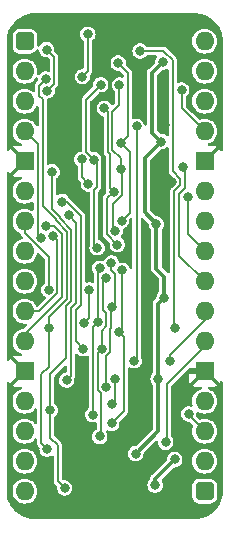
<source format=gbr>
%TF.GenerationSoftware,KiCad,Pcbnew,7.0.5*%
%TF.CreationDate,2023-12-17T20:06:10+02:00*%
%TF.ProjectId,Device Decode stage B,44657669-6365-4204-9465-636f64652073,rev?*%
%TF.SameCoordinates,Original*%
%TF.FileFunction,Copper,L2,Bot*%
%TF.FilePolarity,Positive*%
%FSLAX46Y46*%
G04 Gerber Fmt 4.6, Leading zero omitted, Abs format (unit mm)*
G04 Created by KiCad (PCBNEW 7.0.5) date 2023-12-17 20:06:10*
%MOMM*%
%LPD*%
G01*
G04 APERTURE LIST*
G04 Aperture macros list*
%AMRoundRect*
0 Rectangle with rounded corners*
0 $1 Rounding radius*
0 $2 $3 $4 $5 $6 $7 $8 $9 X,Y pos of 4 corners*
0 Add a 4 corners polygon primitive as box body*
4,1,4,$2,$3,$4,$5,$6,$7,$8,$9,$2,$3,0*
0 Add four circle primitives for the rounded corners*
1,1,$1+$1,$2,$3*
1,1,$1+$1,$4,$5*
1,1,$1+$1,$6,$7*
1,1,$1+$1,$8,$9*
0 Add four rect primitives between the rounded corners*
20,1,$1+$1,$2,$3,$4,$5,0*
20,1,$1+$1,$4,$5,$6,$7,0*
20,1,$1+$1,$6,$7,$8,$9,0*
20,1,$1+$1,$8,$9,$2,$3,0*%
G04 Aperture macros list end*
%TA.AperFunction,ComponentPad*%
%ADD10RoundRect,0.400000X-0.400000X-0.400000X0.400000X-0.400000X0.400000X0.400000X-0.400000X0.400000X0*%
%TD*%
%TA.AperFunction,ComponentPad*%
%ADD11O,1.600000X1.600000*%
%TD*%
%TA.AperFunction,ComponentPad*%
%ADD12R,1.600000X1.600000*%
%TD*%
%TA.AperFunction,ViaPad*%
%ADD13C,0.800000*%
%TD*%
%TA.AperFunction,Conductor*%
%ADD14C,0.380000*%
%TD*%
%TA.AperFunction,Conductor*%
%ADD15C,0.200000*%
%TD*%
G04 APERTURE END LIST*
D10*
%TO.P,J1,1,Pin_1*%
%TO.N,/5V*%
X88900000Y-58420000D03*
D11*
%TO.P,J1,2,Pin_2*%
%TO.N,/Y7+R*%
X88900000Y-60960000D03*
%TO.P,J1,3,Pin_3*%
%TO.N,/Y6+R*%
X88900000Y-63500000D03*
%TO.P,J1,4,Pin_4*%
%TO.N,/~{Device Registers}*%
X88900000Y-66040000D03*
D12*
%TO.P,J1,5,Pin_5*%
%TO.N,/GND*%
X88900000Y-68580000D03*
D11*
%TO.P,J1,6,Pin_6*%
%TO.N,/Y5+R*%
X88900000Y-71120000D03*
%TO.P,J1,7,Pin_7*%
%TO.N,/Y4+R*%
X88900000Y-73660000D03*
%TO.P,J1,8,Pin_8*%
%TO.N,/~{E2}*%
X88900000Y-76200000D03*
%TO.P,J1,9,Pin_9*%
%TO.N,/E3*%
X88900000Y-78740000D03*
%TO.P,J1,10,Pin_10*%
%TO.N,/A2*%
X88900000Y-81280000D03*
%TO.P,J1,11,Pin_11*%
%TO.N,/A1*%
X88900000Y-83820000D03*
D12*
%TO.P,J1,12,Pin_12*%
%TO.N,/GND*%
X88900000Y-86360000D03*
D11*
%TO.P,J1,13,Pin_13*%
%TO.N,/A0*%
X88900000Y-88900000D03*
%TO.P,J1,14,Pin_14*%
%TO.N,unconnected-(J1-Pin_14-Pad14)*%
X88900000Y-91440000D03*
%TO.P,J1,15,Pin_15*%
%TO.N,/~{RD}_{IN}*%
X88900000Y-93980000D03*
%TO.P,J1,16,Pin_16*%
%TO.N,/~{WD}_{IN}*%
X88900000Y-96520000D03*
D10*
%TO.P,J1,17,Pin_17*%
%TO.N,/5V*%
X104140000Y-96520000D03*
D11*
%TO.P,J1,18,Pin_18*%
%TO.N,unconnected-(J1-Pin_18-Pad18)*%
X104140000Y-93980000D03*
%TO.P,J1,19,Pin_19*%
%TO.N,/Y7+W*%
X104140000Y-91440000D03*
%TO.P,J1,20,Pin_20*%
%TO.N,/Y6+W*%
X104140000Y-88900000D03*
D12*
%TO.P,J1,21,Pin_21*%
%TO.N,/GND*%
X104140000Y-86360000D03*
D11*
%TO.P,J1,22,Pin_22*%
%TO.N,/Y5+W*%
X104140000Y-83820000D03*
%TO.P,J1,23,Pin_23*%
%TO.N,/Y4+W*%
X104140000Y-81280000D03*
%TO.P,J1,24,Pin_24*%
%TO.N,/Y3+W*%
X104140000Y-78740000D03*
%TO.P,J1,25,Pin_25*%
%TO.N,/Y2+W*%
X104140000Y-76200000D03*
%TO.P,J1,26,Pin_26*%
%TO.N,/Y1+W*%
X104140000Y-73660000D03*
%TO.P,J1,27,Pin_27*%
%TO.N,/Y0+W*%
X104140000Y-71120000D03*
D12*
%TO.P,J1,28,Pin_28*%
%TO.N,/GND*%
X104140000Y-68580000D03*
D11*
%TO.P,J1,29,Pin_29*%
%TO.N,/Y3+R*%
X104140000Y-66040000D03*
%TO.P,J1,30,Pin_30*%
%TO.N,/Y2+R*%
X104140000Y-63500000D03*
%TO.P,J1,31,Pin_31*%
%TO.N,/Y1+R*%
X104140000Y-60960000D03*
%TO.P,J1,32,Pin_32*%
%TO.N,/Y0+R*%
X104140000Y-58420000D03*
%TD*%
D13*
%TO.N,/GND*%
X90017925Y-95240495D03*
X100753421Y-65535002D03*
X93218000Y-71628000D03*
X101861502Y-90748000D03*
X101334027Y-70319977D03*
X91312988Y-96520000D03*
X92357521Y-92391930D03*
X100076000Y-72761274D03*
X92583000Y-64643000D03*
X100711000Y-64134996D03*
X99822000Y-79121000D03*
X98678978Y-94626000D03*
X96012000Y-57023000D03*
X102235000Y-94742000D03*
%TO.N,/3.3V*%
X101600000Y-93836000D03*
X98298001Y-93344999D03*
X100457000Y-66929000D03*
X99949000Y-96012000D03*
X100584000Y-60198000D03*
X100711000Y-80137000D03*
X100203000Y-86995000D03*
X100046314Y-73897562D03*
%TO.N,/A0*%
X92631124Y-73152827D03*
X92456000Y-87122000D03*
%TO.N,/A1*%
X90700020Y-74041000D03*
%TO.N,/A2*%
X91309364Y-74943490D03*
%TO.N,/~{WD}*%
X92274527Y-96245278D03*
X91059000Y-89661996D03*
X91212027Y-69469000D03*
%TO.N,/~{RD}*%
X90805000Y-92964000D03*
X90672834Y-61619770D03*
X90932005Y-82676995D03*
%TO.N,/~{Y7}*%
X95250000Y-77615065D03*
X95123000Y-82169000D03*
X94663005Y-90043000D03*
%TO.N,/~{Y6}*%
X95442000Y-84455000D03*
X95823000Y-78471555D03*
X95250000Y-91883000D03*
%TO.N,/~{Y5}*%
X97162919Y-77824267D03*
X96847088Y-83053677D03*
X96266000Y-90783000D03*
%TO.N,/~{Y4}*%
X96242462Y-77187996D03*
X96265998Y-80899000D03*
X95794227Y-87660467D03*
%TO.N,/~{Y3}*%
X95033939Y-75908069D03*
X95345615Y-62108615D03*
X94742000Y-68438000D03*
%TO.N,/~{Y2}*%
X96738242Y-75642657D03*
X96421000Y-71167557D03*
X95641413Y-64098816D03*
%TO.N,/~{Y1}*%
X96925615Y-62123632D03*
X97025476Y-69212127D03*
X96567000Y-74475026D03*
%TO.N,/~{Y0}*%
X97101140Y-73629627D03*
X97028000Y-67029050D03*
X96802000Y-60263000D03*
%TO.N,/Y0+W*%
X93742053Y-68427475D03*
X94286287Y-70495712D03*
%TO.N,/Y2+W*%
X102722302Y-71604284D03*
%TO.N,/Y3+W*%
X102300000Y-69095834D03*
%TO.N,/Y4+W*%
X96266000Y-89154000D03*
X101218994Y-85471000D03*
X96531490Y-86984858D03*
%TO.N,/Y5+W*%
X100838001Y-92382010D03*
%TO.N,/Y7+W*%
X102771000Y-89973794D03*
%TO.N,/Y0+R*%
X93785523Y-61430183D03*
X94243950Y-57813000D03*
%TO.N,/Y1+R*%
X90805000Y-62611000D03*
X90754525Y-59131525D03*
%TO.N,/Y3+R*%
X102193954Y-62550815D03*
%TO.N,/~{Device Registers}*%
X90309413Y-75063827D03*
%TO.N,/Y4+R*%
X94359090Y-79474914D03*
X93918000Y-82296000D03*
X90959086Y-79474916D03*
%TO.N,/Y5+R*%
X93853000Y-84455000D03*
X92075000Y-72009000D03*
%TO.N,/Y6+R*%
X98171000Y-85471000D03*
X98373000Y-65620000D03*
%TO.N,/Y7+R*%
X98679000Y-59247000D03*
X101600000Y-82677000D03*
%TD*%
D14*
%TO.N,/GND*%
X104433376Y-57023000D02*
X105330000Y-57919624D01*
X88900000Y-68580000D02*
X87710000Y-67390000D01*
X101861502Y-92475738D02*
X101291240Y-93046000D01*
X100753421Y-64177417D02*
X100753421Y-65535002D01*
X96012000Y-57023000D02*
X96012000Y-60960000D01*
X96135615Y-62487385D02*
X94615000Y-64008000D01*
X95438000Y-67117000D02*
X95438000Y-68016771D01*
X90017925Y-95240495D02*
X91297430Y-96520000D01*
X100711000Y-64134996D02*
X100753421Y-64177417D01*
X91297430Y-96520000D02*
X91312988Y-96520000D01*
X95950935Y-75707836D02*
X95950935Y-76362294D01*
X95950935Y-76362294D02*
X95488164Y-76825065D01*
X105330000Y-67390000D02*
X104140000Y-68580000D01*
X92074988Y-97282000D02*
X91312988Y-96520000D01*
X87710000Y-85170000D02*
X87710000Y-69770000D01*
X90042988Y-97790000D02*
X91312988Y-96520000D01*
X101291240Y-93046000D02*
X101272771Y-93046000D01*
X98679010Y-95376990D02*
X96774000Y-97282000D01*
X95532000Y-70932913D02*
X95377000Y-71087913D01*
X101272771Y-93046000D02*
X99692771Y-94626000D01*
X92583000Y-64643000D02*
X92583000Y-63754000D01*
X94615000Y-64008000D02*
X94615000Y-66294000D01*
X94149068Y-72559068D02*
X93218000Y-71628000D01*
X93218000Y-71628000D02*
X92583000Y-70993000D01*
X95377000Y-75133901D02*
X95950935Y-75707836D01*
X95377000Y-71087913D02*
X95377000Y-75133901D01*
X99692771Y-94626000D02*
X98678978Y-94626000D01*
X88379771Y-57023000D02*
X96012000Y-57023000D01*
X100076000Y-72761274D02*
X100076000Y-71578004D01*
X104472915Y-95330000D02*
X102823000Y-95330000D01*
X100076000Y-71578004D02*
X101334027Y-70319977D01*
X95438000Y-68016771D02*
X95532000Y-68110771D01*
X105330000Y-57919624D02*
X105330000Y-67390000D01*
X94732065Y-76825065D02*
X94149068Y-76242068D01*
X105330000Y-94472915D02*
X104472915Y-95330000D01*
X101854000Y-90740498D02*
X101861502Y-90748000D01*
X95377000Y-60960000D02*
X96012000Y-60960000D01*
X94591591Y-94626000D02*
X98678978Y-94626000D01*
X96012000Y-60960000D02*
X96135615Y-61083615D01*
X87710000Y-67390000D02*
X87710000Y-57692771D01*
X102823000Y-95330000D02*
X102235000Y-94742000D01*
X92583000Y-63754000D02*
X95377000Y-60960000D01*
X92583000Y-70993000D02*
X92583000Y-64643000D01*
X95532000Y-68110771D02*
X95532000Y-70932913D01*
X96012000Y-57023000D02*
X104433376Y-57023000D01*
X94149068Y-76242068D02*
X94149068Y-72559068D01*
X104140000Y-86360000D02*
X101854000Y-88646000D01*
X101861502Y-90748000D02*
X101861502Y-92475738D01*
X87710000Y-97012914D02*
X88487086Y-97790000D01*
X94615000Y-66294000D02*
X95438000Y-67117000D01*
X88900000Y-86360000D02*
X87710000Y-85170000D01*
X87710000Y-57692771D02*
X88379771Y-57023000D01*
X105330000Y-87550000D02*
X105330000Y-94472915D01*
X87710000Y-87550000D02*
X88900000Y-86360000D01*
X98679010Y-94626000D02*
X98679010Y-95376990D01*
X104140000Y-86360000D02*
X105330000Y-87550000D01*
X96135615Y-61083615D02*
X96135615Y-62487385D01*
X92357521Y-92391930D02*
X94591591Y-94626000D01*
X88487086Y-97790000D02*
X90042988Y-97790000D01*
X87710000Y-69770000D02*
X88900000Y-68580000D01*
X96774000Y-97282000D02*
X92074988Y-97282000D01*
X87710000Y-87550000D02*
X87710000Y-97012914D01*
X95488164Y-76825065D02*
X94732065Y-76825065D01*
X101854000Y-88646000D02*
X101854000Y-90740498D01*
%TO.N,/3.3V*%
X100203000Y-86995000D02*
X100203000Y-80645000D01*
X100046314Y-73897562D02*
X99060000Y-72911248D01*
X99695000Y-66167000D02*
X100457000Y-66929000D01*
X99060000Y-68326000D02*
X100457000Y-66929000D01*
X100584000Y-60198000D02*
X99695000Y-61087000D01*
X100711000Y-78359000D02*
X100711000Y-80137000D01*
X98298001Y-93344999D02*
X100203000Y-91440000D01*
X100203000Y-91440000D02*
X100203000Y-86995000D01*
X100046314Y-73897562D02*
X100046314Y-77694314D01*
X100046314Y-77694314D02*
X100711000Y-78359000D01*
X100203000Y-80645000D02*
X100711000Y-80137000D01*
X99060000Y-72911248D02*
X99060000Y-68326000D01*
X99949000Y-95487000D02*
X101600000Y-93836000D01*
X99949000Y-96012000D02*
X99949000Y-95487000D01*
X99695000Y-61087000D02*
X99695000Y-66167000D01*
D15*
%TO.N,/A0*%
X93259075Y-80554617D02*
X93259075Y-73780778D01*
X93259075Y-73780778D02*
X92631124Y-73152827D01*
X92818000Y-86760000D02*
X92818000Y-80995692D01*
X92456000Y-87122000D02*
X92818000Y-86760000D01*
X92818000Y-80995692D02*
X93259075Y-80554617D01*
%TO.N,/A1*%
X92059087Y-80057548D02*
X92059087Y-74702111D01*
X88900000Y-83216635D02*
X92059087Y-80057548D01*
X92059087Y-74702111D02*
X91397976Y-74041000D01*
X91397976Y-74041000D02*
X90700020Y-74041000D01*
%TO.N,/A2*%
X90143950Y-81280000D02*
X91659087Y-79764863D01*
X88900000Y-81280000D02*
X90143950Y-81280000D01*
X91659087Y-79764863D02*
X91659087Y-75293213D01*
X91659087Y-75293213D02*
X91309364Y-74943490D01*
%TO.N,/~{WD}*%
X91212027Y-72595324D02*
X91212027Y-69469000D01*
X91059000Y-89661996D02*
X91059000Y-86614000D01*
X92418000Y-85255000D02*
X92418000Y-80830006D01*
X91701998Y-95672749D02*
X91701998Y-92637471D01*
X92859087Y-80388918D02*
X92859087Y-74370741D01*
X92418000Y-80830006D02*
X92859087Y-80388918D01*
X91059000Y-86614000D02*
X92418000Y-85255000D01*
X91701998Y-92637471D02*
X91059000Y-91994473D01*
X91917920Y-73301217D02*
X91212027Y-72595324D01*
X91917920Y-73429574D02*
X91917920Y-73301217D01*
X92859087Y-74370741D02*
X91917920Y-73429574D01*
X91059000Y-91994473D02*
X91059000Y-89661996D01*
X92274527Y-96245278D02*
X91701998Y-95672749D01*
%TO.N,/~{RD}*%
X90105000Y-63027950D02*
X90105000Y-62187604D01*
X90297000Y-86614000D02*
X90932005Y-85978995D01*
X91517920Y-73466903D02*
X90424000Y-72372983D01*
X92459087Y-80223233D02*
X92459087Y-74536426D01*
X90932005Y-82676995D02*
X90932005Y-81750315D01*
X90105000Y-62187604D02*
X90672834Y-61619770D01*
X91517920Y-73595259D02*
X91517920Y-73466903D01*
X90932005Y-85978995D02*
X90932005Y-82676995D01*
X90424000Y-63346950D02*
X90105000Y-63027950D01*
X90297000Y-92456000D02*
X90297000Y-86614000D01*
X92459087Y-74536426D02*
X91517920Y-73595259D01*
X90424000Y-72372983D02*
X90424000Y-63346950D01*
X90932005Y-81750315D02*
X92459087Y-80223233D01*
X90805000Y-92964000D02*
X90297000Y-92456000D01*
%TO.N,/~{Y7}*%
X94663005Y-82628995D02*
X95123000Y-82169000D01*
X95123000Y-82169000D02*
X95123000Y-77742065D01*
X94663005Y-90043000D02*
X94663005Y-82628995D01*
X95123000Y-77742065D02*
X95250000Y-77615065D01*
%TO.N,/~{Y6}*%
X95442000Y-84455000D02*
X95442000Y-82951950D01*
X95823000Y-81445952D02*
X95565998Y-81188950D01*
X95565998Y-81188950D02*
X95565998Y-78728557D01*
X95565998Y-78728557D02*
X95823000Y-78471555D01*
X95823000Y-82570950D02*
X95823000Y-81445952D01*
X95250000Y-91883000D02*
X95363007Y-91769993D01*
X95442000Y-82951950D02*
X95823000Y-82570950D01*
X95363007Y-88219197D02*
X95094227Y-87950417D01*
X95363007Y-91769993D02*
X95363007Y-88219197D01*
X95094227Y-84802773D02*
X95442000Y-84455000D01*
X95094227Y-87950417D02*
X95094227Y-84802773D01*
%TO.N,/~{Y5}*%
X97282000Y-83488589D02*
X96847088Y-83053677D01*
X96847088Y-83053677D02*
X97162919Y-82737846D01*
X97162919Y-82737846D02*
X97162919Y-77824267D01*
X97282000Y-89767000D02*
X97282000Y-83488589D01*
X96266000Y-90783000D02*
X97282000Y-89767000D01*
%TO.N,/~{Y4}*%
X96223000Y-80941998D02*
X96223000Y-82736635D01*
X96142000Y-82817635D02*
X96142000Y-84744950D01*
X96523000Y-78108000D02*
X96242462Y-77827462D01*
X96142000Y-84744950D02*
X95794227Y-85092723D01*
X96223000Y-82736635D02*
X96142000Y-82817635D01*
X95794227Y-85092723D02*
X95794227Y-87660467D01*
X96242462Y-77827462D02*
X96242462Y-77187996D01*
X96265998Y-80899000D02*
X96223000Y-80941998D01*
X96265998Y-80899000D02*
X96523000Y-80641998D01*
X96523000Y-80641998D02*
X96523000Y-78108000D01*
%TO.N,/~{Y3}*%
X94986287Y-70785662D02*
X94792820Y-70979129D01*
X94792820Y-75666950D02*
X95033939Y-75908069D01*
X94742000Y-68438000D02*
X94986287Y-68682287D01*
X94792820Y-70979129D02*
X94792820Y-75666950D01*
X94986287Y-68682287D02*
X94986287Y-70785662D01*
X95345615Y-62108615D02*
X94089000Y-63365230D01*
X94089000Y-63365230D02*
X94089000Y-67785000D01*
X94089000Y-67785000D02*
X94742000Y-68438000D01*
%TO.N,/~{Y2}*%
X95928000Y-64385403D02*
X95928000Y-67803036D01*
X95867000Y-74771415D02*
X96738242Y-75642657D01*
X95928000Y-67803036D02*
X96121000Y-67996036D01*
X95641413Y-64098816D02*
X95928000Y-64385403D01*
X96121000Y-70867557D02*
X96421000Y-71167557D01*
X96121000Y-67996036D02*
X96121000Y-70867557D01*
X95867000Y-71721557D02*
X95867000Y-74771415D01*
X96421000Y-71167557D02*
X95867000Y-71721557D01*
%TO.N,/~{Y1}*%
X96328000Y-67637350D02*
X97025476Y-68334826D01*
X96925615Y-62123632D02*
X96925615Y-63801668D01*
X96925615Y-63801668D02*
X96328000Y-64399283D01*
X97121000Y-71457507D02*
X96357883Y-72220624D01*
X96328000Y-64399283D02*
X96328000Y-67637350D01*
X96357883Y-74265909D02*
X96567000Y-74475026D01*
X97121000Y-69307651D02*
X97121000Y-71457507D01*
X97025476Y-69212127D02*
X97121000Y-69307651D01*
X97025476Y-68334826D02*
X97025476Y-69212127D01*
X96357883Y-72220624D02*
X96357883Y-74265909D01*
%TO.N,/~{Y0}*%
X97790000Y-72940767D02*
X97101140Y-73629627D01*
X97790000Y-67791050D02*
X97790000Y-72940767D01*
X97625615Y-66431435D02*
X97625615Y-61086615D01*
X97028000Y-67029050D02*
X97625615Y-66431435D01*
X97625615Y-61086615D02*
X96802000Y-60263000D01*
X97028000Y-67029050D02*
X97790000Y-67791050D01*
%TO.N,/Y0+W*%
X93742053Y-68427475D02*
X93742053Y-69951478D01*
X93742053Y-69951478D02*
X94286287Y-70495712D01*
%TO.N,/Y2+W*%
X102722302Y-74782302D02*
X102722302Y-71604284D01*
X104140000Y-76200000D02*
X102722302Y-74782302D01*
%TO.N,/Y3+W*%
X104140000Y-78740000D02*
X101981018Y-76581018D01*
X101981018Y-76581018D02*
X101981018Y-71355617D01*
X102489000Y-70847635D02*
X102489000Y-69284834D01*
X101981018Y-71355617D02*
X102489000Y-70847635D01*
X102489000Y-69284834D02*
X102300000Y-69095834D01*
%TO.N,/Y4+W*%
X104140000Y-82042000D02*
X101218994Y-84963006D01*
X101218994Y-84963006D02*
X101218994Y-85471000D01*
X96266000Y-89154000D02*
X96531490Y-88888510D01*
X104140000Y-81280000D02*
X104140000Y-82042000D01*
X96531490Y-88888510D02*
X96531490Y-86984858D01*
%TO.N,/Y5+W*%
X100965000Y-92255011D02*
X100838001Y-92382010D01*
X100965000Y-87440615D02*
X100965000Y-92255011D01*
X104140000Y-84265615D02*
X100965000Y-87440615D01*
%TO.N,/Y7+W*%
X104140000Y-91440000D02*
X102771000Y-90071000D01*
X102771000Y-90071000D02*
X102771000Y-89973794D01*
%TO.N,/Y0+R*%
X94243950Y-60971756D02*
X93785523Y-61430183D01*
X94243950Y-57813000D02*
X94243950Y-60971756D01*
%TO.N,/Y1+R*%
X90754525Y-59131525D02*
X91378000Y-59755000D01*
X91378000Y-59755000D02*
X91378000Y-62038000D01*
X91378000Y-62038000D02*
X90805000Y-62611000D01*
%TO.N,/Y3+R*%
X102193954Y-64093954D02*
X102193954Y-62550815D01*
X104140000Y-66040000D02*
X102193954Y-64093954D01*
%TO.N,/~{Device Registers}*%
X90000000Y-74754414D02*
X90309413Y-75063827D01*
X90000000Y-67140000D02*
X90000000Y-74754414D01*
X88900000Y-66040000D02*
X90000000Y-67140000D01*
%TO.N,/Y4+R*%
X88900000Y-74644365D02*
X90959086Y-76703451D01*
X93918000Y-82296000D02*
X94359090Y-81854910D01*
X88900000Y-74207332D02*
X88900000Y-74644365D01*
X94359090Y-81854910D02*
X94359090Y-79474914D01*
X90959086Y-76703451D02*
X90959086Y-79474916D01*
%TO.N,/Y5+R*%
X92477247Y-72009000D02*
X92075000Y-72009000D01*
X93853000Y-84455000D02*
X93218000Y-83820000D01*
X93659071Y-80720306D02*
X93659071Y-73190824D01*
X93218000Y-81161377D02*
X93659071Y-80720306D01*
X93218000Y-83820000D02*
X93218000Y-81161377D01*
X93659071Y-73190824D02*
X92477247Y-72009000D01*
%TO.N,/Y6+R*%
X98373000Y-85269000D02*
X98171000Y-85471000D01*
X98373000Y-65620000D02*
X98373000Y-85269000D01*
%TO.N,/Y7+R*%
X101581018Y-71107364D02*
X102089000Y-70599382D01*
X101581018Y-82658018D02*
X101581018Y-71107364D01*
X101453421Y-60051421D02*
X100649000Y-59247000D01*
X100649000Y-59247000D02*
X98679000Y-59247000D01*
X101453421Y-69449421D02*
X101453421Y-60051421D01*
X102089000Y-70599382D02*
X102089000Y-70085000D01*
X102089000Y-70085000D02*
X101453421Y-69449421D01*
X101600000Y-82677000D02*
X101581018Y-82658018D01*
%TD*%
%TA.AperFunction,Conductor*%
%TO.N,/GND*%
G36*
X98928703Y-73403358D02*
G01*
X98935181Y-73409390D01*
X99356312Y-73830521D01*
X99389797Y-73891844D01*
X99391727Y-73903255D01*
X99410077Y-74054381D01*
X99413784Y-74064155D01*
X99466094Y-74202085D01*
X99493868Y-74242323D01*
X99546247Y-74318208D01*
X99555831Y-74332092D01*
X99564037Y-74339362D01*
X99601166Y-74398549D01*
X99605814Y-74432180D01*
X99605814Y-77666085D01*
X99605424Y-77673025D01*
X99604268Y-77683283D01*
X99601148Y-77710970D01*
X99607042Y-77742119D01*
X99611752Y-77767012D01*
X99612135Y-77769266D01*
X99620629Y-77825619D01*
X99623095Y-77833615D01*
X99625835Y-77841444D01*
X99652459Y-77891818D01*
X99653504Y-77893888D01*
X99678244Y-77945262D01*
X99682900Y-77952092D01*
X99687883Y-77958842D01*
X99687885Y-77958846D01*
X99728190Y-77999151D01*
X99729773Y-78000795D01*
X99768564Y-78042601D01*
X99775830Y-78048395D01*
X99775292Y-78049068D01*
X99787386Y-78058347D01*
X100234180Y-78505141D01*
X100267665Y-78566464D01*
X100270499Y-78592822D01*
X100270499Y-79602381D01*
X100250814Y-79669420D01*
X100228730Y-79695193D01*
X100220520Y-79702466D01*
X100220515Y-79702472D01*
X100130781Y-79832475D01*
X100130780Y-79832476D01*
X100074763Y-79980180D01*
X100056413Y-80131305D01*
X100028791Y-80195483D01*
X100020998Y-80204039D01*
X99911481Y-80313557D01*
X99906294Y-80318192D01*
X99876443Y-80341998D01*
X99876441Y-80342000D01*
X99844331Y-80389096D01*
X99842991Y-80390984D01*
X99809148Y-80436841D01*
X99805248Y-80444221D01*
X99801640Y-80451715D01*
X99784841Y-80506172D01*
X99784117Y-80508372D01*
X99765290Y-80562178D01*
X99763745Y-80570340D01*
X99762500Y-80578605D01*
X99762500Y-80635595D01*
X99762457Y-80637879D01*
X99761634Y-80659869D01*
X99760324Y-80694877D01*
X99761365Y-80704110D01*
X99760508Y-80704206D01*
X99762500Y-80719319D01*
X99762500Y-86460381D01*
X99742815Y-86527420D01*
X99720727Y-86553196D01*
X99712518Y-86560468D01*
X99622781Y-86690475D01*
X99622780Y-86690476D01*
X99566762Y-86838181D01*
X99547722Y-86994999D01*
X99547722Y-86995000D01*
X99566762Y-87151818D01*
X99610587Y-87267372D01*
X99622780Y-87299523D01*
X99712517Y-87429530D01*
X99720723Y-87436800D01*
X99757852Y-87495987D01*
X99762500Y-87529618D01*
X99762500Y-91206177D01*
X99742815Y-91273216D01*
X99726181Y-91293858D01*
X98361859Y-92658180D01*
X98300536Y-92691665D01*
X98274178Y-92694499D01*
X98219015Y-92694499D01*
X98065635Y-92732302D01*
X97925763Y-92805714D01*
X97807517Y-92910470D01*
X97717782Y-93040474D01*
X97717781Y-93040475D01*
X97661763Y-93188180D01*
X97642723Y-93344998D01*
X97642723Y-93344999D01*
X97661763Y-93501817D01*
X97717781Y-93649522D01*
X97807518Y-93779529D01*
X97925761Y-93884282D01*
X97925763Y-93884283D01*
X98065635Y-93957695D01*
X98219015Y-93995499D01*
X98219016Y-93995499D01*
X98376986Y-93995499D01*
X98530366Y-93957695D01*
X98530365Y-93957695D01*
X98670241Y-93884282D01*
X98788484Y-93779529D01*
X98878221Y-93649522D01*
X98934238Y-93501817D01*
X98952588Y-93350689D01*
X98980208Y-93286514D01*
X98987991Y-93277968D01*
X99971043Y-92294916D01*
X100032364Y-92261433D01*
X100102056Y-92266417D01*
X100157989Y-92308289D01*
X100182406Y-92373753D01*
X100182692Y-92381759D01*
X100201763Y-92538828D01*
X100247028Y-92658180D01*
X100257781Y-92686533D01*
X100347518Y-92816540D01*
X100465761Y-92921293D01*
X100465763Y-92921294D01*
X100605635Y-92994706D01*
X100759015Y-93032510D01*
X100759016Y-93032510D01*
X100916986Y-93032510D01*
X101070366Y-92994706D01*
X101070366Y-92994705D01*
X101210241Y-92921293D01*
X101328484Y-92816540D01*
X101418221Y-92686533D01*
X101474238Y-92538828D01*
X101493279Y-92382010D01*
X101492277Y-92373753D01*
X101474238Y-92225191D01*
X101430496Y-92109854D01*
X101418221Y-92077487D01*
X101337450Y-91960469D01*
X101315567Y-91894114D01*
X101315500Y-91890029D01*
X101315500Y-87637158D01*
X101335185Y-87570119D01*
X101351814Y-87549482D01*
X102754978Y-86146318D01*
X102816300Y-86112834D01*
X102842658Y-86110000D01*
X103706314Y-86110000D01*
X103680507Y-86150156D01*
X103640000Y-86288111D01*
X103640000Y-86431889D01*
X103680507Y-86569844D01*
X103706314Y-86610000D01*
X102840000Y-86610000D01*
X102840000Y-87207844D01*
X102846401Y-87267372D01*
X102846403Y-87267379D01*
X102896645Y-87402086D01*
X102896649Y-87402093D01*
X102982809Y-87517187D01*
X102982812Y-87517190D01*
X103097906Y-87603350D01*
X103097913Y-87603354D01*
X103232620Y-87653596D01*
X103232627Y-87653598D01*
X103292155Y-87659999D01*
X103292172Y-87660000D01*
X103772930Y-87660000D01*
X103839969Y-87679685D01*
X103885724Y-87732489D01*
X103895668Y-87801647D01*
X103866643Y-87865203D01*
X103808925Y-87902660D01*
X103736046Y-87924768D01*
X103736043Y-87924769D01*
X103625897Y-87983643D01*
X103553550Y-88022315D01*
X103553548Y-88022316D01*
X103553547Y-88022317D01*
X103393589Y-88153589D01*
X103262317Y-88313547D01*
X103164769Y-88496043D01*
X103104699Y-88694067D01*
X103084417Y-88899999D01*
X103104699Y-89105932D01*
X103133285Y-89200166D01*
X103133908Y-89270033D01*
X103096660Y-89329146D01*
X103033366Y-89358737D01*
X102984950Y-89356558D01*
X102849986Y-89323294D01*
X102849985Y-89323294D01*
X102692015Y-89323294D01*
X102692014Y-89323294D01*
X102538634Y-89361097D01*
X102398762Y-89434509D01*
X102280516Y-89539265D01*
X102190781Y-89669269D01*
X102190780Y-89669270D01*
X102134762Y-89816975D01*
X102115722Y-89973793D01*
X102115722Y-89973794D01*
X102134762Y-90130612D01*
X102177658Y-90243717D01*
X102190780Y-90278317D01*
X102280517Y-90408324D01*
X102398760Y-90513077D01*
X102398762Y-90513078D01*
X102538634Y-90586490D01*
X102692014Y-90624294D01*
X102692015Y-90624294D01*
X102777250Y-90624294D01*
X102844289Y-90643979D01*
X102864931Y-90660613D01*
X103129808Y-90925490D01*
X103163293Y-90986813D01*
X103160788Y-91049166D01*
X103104699Y-91234067D01*
X103084417Y-91440000D01*
X103104699Y-91645932D01*
X103129042Y-91726181D01*
X103164768Y-91843954D01*
X103262315Y-92026450D01*
X103262317Y-92026452D01*
X103393589Y-92186410D01*
X103485006Y-92261433D01*
X103553550Y-92317685D01*
X103736046Y-92415232D01*
X103934066Y-92475300D01*
X103934065Y-92475300D01*
X103939934Y-92475878D01*
X104140000Y-92495583D01*
X104345934Y-92475300D01*
X104543954Y-92415232D01*
X104726450Y-92317685D01*
X104886410Y-92186410D01*
X105017685Y-92026450D01*
X105115232Y-91843954D01*
X105175300Y-91645934D01*
X105195583Y-91440000D01*
X105175300Y-91234066D01*
X105115232Y-91036046D01*
X105017685Y-90853550D01*
X104961508Y-90785098D01*
X104886410Y-90693589D01*
X104726452Y-90562317D01*
X104726453Y-90562317D01*
X104726450Y-90562315D01*
X104543954Y-90464768D01*
X104345934Y-90404700D01*
X104345932Y-90404699D01*
X104345934Y-90404699D01*
X104140000Y-90384417D01*
X103934067Y-90404699D01*
X103749166Y-90460788D01*
X103679299Y-90461411D01*
X103625490Y-90429808D01*
X103440684Y-90245002D01*
X103407199Y-90183679D01*
X103407824Y-90138240D01*
X103406333Y-90138059D01*
X103411376Y-90096526D01*
X103426278Y-89973794D01*
X103420721Y-89928029D01*
X103432181Y-89859108D01*
X103479085Y-89807321D01*
X103546540Y-89789114D01*
X103602266Y-89803724D01*
X103736046Y-89875232D01*
X103934066Y-89935300D01*
X103934065Y-89935300D01*
X103952529Y-89937118D01*
X104140000Y-89955583D01*
X104345934Y-89935300D01*
X104543954Y-89875232D01*
X104726450Y-89777685D01*
X104886410Y-89646410D01*
X105017685Y-89486450D01*
X105115232Y-89303954D01*
X105175300Y-89105934D01*
X105195583Y-88900000D01*
X105175300Y-88694066D01*
X105115232Y-88496046D01*
X105017685Y-88313550D01*
X104957105Y-88239733D01*
X104886410Y-88153589D01*
X104726452Y-88022317D01*
X104726453Y-88022317D01*
X104726450Y-88022315D01*
X104543954Y-87924768D01*
X104471074Y-87902660D01*
X104412636Y-87864363D01*
X104384180Y-87800551D01*
X104394740Y-87731484D01*
X104440964Y-87679090D01*
X104507070Y-87660000D01*
X104987828Y-87660000D01*
X104987844Y-87659999D01*
X105047372Y-87653598D01*
X105047379Y-87653596D01*
X105182086Y-87603354D01*
X105182093Y-87603350D01*
X105297187Y-87517190D01*
X105297190Y-87517187D01*
X105383350Y-87402093D01*
X105383354Y-87402086D01*
X105427317Y-87284216D01*
X105469188Y-87228282D01*
X105534652Y-87203865D01*
X105602925Y-87218716D01*
X105652331Y-87268122D01*
X105667499Y-87327549D01*
X105667499Y-96518138D01*
X105667386Y-96521883D01*
X105650494Y-96801108D01*
X105649591Y-96808547D01*
X105599504Y-97081864D01*
X105597711Y-97089140D01*
X105515044Y-97354428D01*
X105512386Y-97361435D01*
X105398348Y-97614815D01*
X105394865Y-97621451D01*
X105251111Y-97859246D01*
X105246854Y-97865413D01*
X105075489Y-98084143D01*
X105070519Y-98089752D01*
X104874032Y-98286237D01*
X104868423Y-98291206D01*
X104649687Y-98462573D01*
X104643520Y-98466830D01*
X104405730Y-98610576D01*
X104399095Y-98614058D01*
X104145708Y-98728095D01*
X104138702Y-98730752D01*
X103873405Y-98813419D01*
X103866129Y-98815213D01*
X103592820Y-98865295D01*
X103585381Y-98866199D01*
X103305610Y-98883119D01*
X103301867Y-98883232D01*
X89737604Y-98883232D01*
X89733861Y-98883119D01*
X89454615Y-98866232D01*
X89447175Y-98865328D01*
X89173860Y-98815245D01*
X89166584Y-98813451D01*
X88901288Y-98730784D01*
X88894282Y-98728127D01*
X88640890Y-98614087D01*
X88634255Y-98610605D01*
X88396457Y-98466854D01*
X88390295Y-98462601D01*
X88171549Y-98291227D01*
X88165950Y-98286266D01*
X87969456Y-98089775D01*
X87964490Y-98084171D01*
X87793120Y-97865435D01*
X87788863Y-97859268D01*
X87765633Y-97820842D01*
X87645096Y-97621451D01*
X87641632Y-97614851D01*
X87527577Y-97361432D01*
X87524930Y-97354455D01*
X87442254Y-97089140D01*
X87440463Y-97081873D01*
X87390375Y-96808551D01*
X87389471Y-96801112D01*
X87382133Y-96679806D01*
X87372613Y-96522411D01*
X87372540Y-96520000D01*
X87844417Y-96520000D01*
X87846632Y-96542497D01*
X87864699Y-96725932D01*
X87887505Y-96801112D01*
X87924768Y-96923954D01*
X88022315Y-97106450D01*
X88022317Y-97106452D01*
X88153589Y-97266410D01*
X88250209Y-97345702D01*
X88313550Y-97397685D01*
X88496046Y-97495232D01*
X88694066Y-97555300D01*
X88694065Y-97555300D01*
X88714348Y-97557297D01*
X88900000Y-97575583D01*
X89105934Y-97555300D01*
X89303954Y-97495232D01*
X89486450Y-97397685D01*
X89646410Y-97266410D01*
X89777685Y-97106450D01*
X89842227Y-96985701D01*
X103089500Y-96985701D01*
X103092401Y-97022567D01*
X103092402Y-97022573D01*
X103138254Y-97180393D01*
X103138255Y-97180396D01*
X103221917Y-97321862D01*
X103221923Y-97321870D01*
X103338129Y-97438076D01*
X103338133Y-97438079D01*
X103338135Y-97438081D01*
X103479602Y-97521744D01*
X103521224Y-97533836D01*
X103637426Y-97567597D01*
X103637429Y-97567597D01*
X103637431Y-97567598D01*
X103674306Y-97570500D01*
X103674314Y-97570500D01*
X104605686Y-97570500D01*
X104605694Y-97570500D01*
X104642569Y-97567598D01*
X104642571Y-97567597D01*
X104642573Y-97567597D01*
X104684899Y-97555300D01*
X104800398Y-97521744D01*
X104941865Y-97438081D01*
X105058081Y-97321865D01*
X105141744Y-97180398D01*
X105187598Y-97022569D01*
X105190500Y-96985694D01*
X105190500Y-96054306D01*
X105187598Y-96017431D01*
X105186020Y-96012000D01*
X105141745Y-95859606D01*
X105141744Y-95859603D01*
X105141744Y-95859602D01*
X105058081Y-95718135D01*
X105058079Y-95718133D01*
X105058076Y-95718129D01*
X104941870Y-95601923D01*
X104941862Y-95601917D01*
X104845229Y-95544769D01*
X104800398Y-95518256D01*
X104800397Y-95518255D01*
X104800396Y-95518255D01*
X104800393Y-95518254D01*
X104642573Y-95472402D01*
X104642567Y-95472401D01*
X104605701Y-95469500D01*
X104605694Y-95469500D01*
X103674306Y-95469500D01*
X103674298Y-95469500D01*
X103637432Y-95472401D01*
X103637426Y-95472402D01*
X103479606Y-95518254D01*
X103479603Y-95518255D01*
X103338137Y-95601917D01*
X103338129Y-95601923D01*
X103221923Y-95718129D01*
X103221917Y-95718137D01*
X103138255Y-95859603D01*
X103138254Y-95859606D01*
X103092402Y-96017426D01*
X103092401Y-96017432D01*
X103089500Y-96054298D01*
X103089500Y-96985701D01*
X89842227Y-96985701D01*
X89875232Y-96923954D01*
X89935300Y-96725934D01*
X89955583Y-96520000D01*
X89935300Y-96314066D01*
X89875232Y-96116046D01*
X89777685Y-95933550D01*
X89716998Y-95859602D01*
X89646410Y-95773589D01*
X89505635Y-95658060D01*
X89486450Y-95642315D01*
X89303954Y-95544768D01*
X89105934Y-95484700D01*
X89105932Y-95484699D01*
X89105934Y-95484699D01*
X88918463Y-95466235D01*
X88900000Y-95464417D01*
X88899999Y-95464417D01*
X88694067Y-95484699D01*
X88496043Y-95544769D01*
X88423002Y-95583811D01*
X88313550Y-95642315D01*
X88313548Y-95642316D01*
X88313547Y-95642317D01*
X88153589Y-95773589D01*
X88029457Y-95924847D01*
X88022315Y-95933550D01*
X88018464Y-95940755D01*
X87924769Y-96116043D01*
X87864699Y-96314067D01*
X87848767Y-96475830D01*
X87844417Y-96520000D01*
X87372540Y-96520000D01*
X87372500Y-96518667D01*
X87372500Y-93980000D01*
X87844417Y-93980000D01*
X87845944Y-93995499D01*
X87864699Y-94185932D01*
X87864700Y-94185934D01*
X87924768Y-94383954D01*
X88022315Y-94566450D01*
X88022317Y-94566452D01*
X88153589Y-94726410D01*
X88250209Y-94805702D01*
X88313550Y-94857685D01*
X88496046Y-94955232D01*
X88694066Y-95015300D01*
X88694065Y-95015300D01*
X88712529Y-95017118D01*
X88900000Y-95035583D01*
X89105934Y-95015300D01*
X89303954Y-94955232D01*
X89486450Y-94857685D01*
X89646410Y-94726410D01*
X89777685Y-94566450D01*
X89875232Y-94383954D01*
X89935300Y-94185934D01*
X89955583Y-93980000D01*
X89935300Y-93774066D01*
X89875232Y-93576046D01*
X89777685Y-93393550D01*
X89698215Y-93296715D01*
X89646410Y-93233589D01*
X89486452Y-93102317D01*
X89486453Y-93102317D01*
X89486450Y-93102315D01*
X89303954Y-93004768D01*
X89105934Y-92944700D01*
X89105932Y-92944699D01*
X89105934Y-92944699D01*
X88918463Y-92926235D01*
X88900000Y-92924417D01*
X88899999Y-92924417D01*
X88694067Y-92944699D01*
X88496043Y-93004769D01*
X88385897Y-93063643D01*
X88313550Y-93102315D01*
X88313548Y-93102316D01*
X88313547Y-93102317D01*
X88153589Y-93233589D01*
X88057487Y-93350692D01*
X88022315Y-93393550D01*
X88019653Y-93398530D01*
X87924769Y-93576043D01*
X87864699Y-93774067D01*
X87851997Y-93903039D01*
X87844417Y-93980000D01*
X87372500Y-93980000D01*
X87372500Y-87327547D01*
X87392185Y-87260508D01*
X87444989Y-87214753D01*
X87514147Y-87204809D01*
X87577703Y-87233834D01*
X87612682Y-87284214D01*
X87656645Y-87402086D01*
X87656649Y-87402093D01*
X87742809Y-87517187D01*
X87742812Y-87517190D01*
X87857906Y-87603350D01*
X87857913Y-87603354D01*
X87992620Y-87653596D01*
X87992627Y-87653598D01*
X88052155Y-87659999D01*
X88052172Y-87660000D01*
X88532930Y-87660000D01*
X88599969Y-87679685D01*
X88645724Y-87732489D01*
X88655668Y-87801647D01*
X88626643Y-87865203D01*
X88568925Y-87902660D01*
X88496046Y-87924768D01*
X88496043Y-87924769D01*
X88385898Y-87983643D01*
X88313550Y-88022315D01*
X88313548Y-88022316D01*
X88313547Y-88022317D01*
X88153589Y-88153589D01*
X88022317Y-88313547D01*
X87924769Y-88496043D01*
X87864699Y-88694067D01*
X87844417Y-88900000D01*
X87864699Y-89105932D01*
X87879280Y-89154000D01*
X87924768Y-89303954D01*
X88022315Y-89486450D01*
X88032362Y-89498692D01*
X88153589Y-89646410D01*
X88250209Y-89725702D01*
X88313550Y-89777685D01*
X88496046Y-89875232D01*
X88694066Y-89935300D01*
X88694065Y-89935300D01*
X88714347Y-89937297D01*
X88900000Y-89955583D01*
X89105934Y-89935300D01*
X89303954Y-89875232D01*
X89486450Y-89777685D01*
X89646410Y-89646410D01*
X89726647Y-89548640D01*
X89784392Y-89509306D01*
X89854236Y-89507435D01*
X89914005Y-89543622D01*
X89944721Y-89606377D01*
X89946500Y-89627305D01*
X89946500Y-90712694D01*
X89926815Y-90779733D01*
X89874011Y-90825488D01*
X89804853Y-90835432D01*
X89741297Y-90806407D01*
X89726646Y-90791358D01*
X89646410Y-90693589D01*
X89486452Y-90562317D01*
X89486453Y-90562317D01*
X89486450Y-90562315D01*
X89303954Y-90464768D01*
X89105934Y-90404700D01*
X89105932Y-90404699D01*
X89105934Y-90404699D01*
X88900000Y-90384417D01*
X88694067Y-90404699D01*
X88518692Y-90457898D01*
X88509167Y-90460788D01*
X88496043Y-90464769D01*
X88405667Y-90513077D01*
X88313550Y-90562315D01*
X88313548Y-90562316D01*
X88313547Y-90562317D01*
X88153589Y-90693589D01*
X88022317Y-90853547D01*
X87924769Y-91036043D01*
X87864699Y-91234067D01*
X87844417Y-91439999D01*
X87864699Y-91645932D01*
X87889042Y-91726181D01*
X87924768Y-91843954D01*
X88022315Y-92026450D01*
X88022317Y-92026452D01*
X88153589Y-92186410D01*
X88245006Y-92261433D01*
X88313550Y-92317685D01*
X88496046Y-92415232D01*
X88694066Y-92475300D01*
X88694065Y-92475300D01*
X88699934Y-92475878D01*
X88900000Y-92495583D01*
X89105934Y-92475300D01*
X89303954Y-92415232D01*
X89486450Y-92317685D01*
X89646410Y-92186410D01*
X89726647Y-92088640D01*
X89784392Y-92049306D01*
X89854236Y-92047435D01*
X89914005Y-92083622D01*
X89944721Y-92146377D01*
X89946500Y-92167305D01*
X89946500Y-92406788D01*
X89943861Y-92432232D01*
X89941957Y-92441311D01*
X89941957Y-92441317D01*
X89946023Y-92473937D01*
X89946500Y-92481614D01*
X89946500Y-92485040D01*
X89948259Y-92495582D01*
X89949876Y-92505276D01*
X89950245Y-92507808D01*
X89956427Y-92557393D01*
X89958520Y-92564426D01*
X89960907Y-92571379D01*
X89960908Y-92571381D01*
X89968608Y-92585609D01*
X89984691Y-92615330D01*
X89985864Y-92617608D01*
X90007802Y-92662484D01*
X90007804Y-92662486D01*
X90012071Y-92668464D01*
X90016582Y-92674259D01*
X90053341Y-92708098D01*
X90055190Y-92709872D01*
X90124309Y-92778991D01*
X90157794Y-92840314D01*
X90159724Y-92881617D01*
X90149722Y-92963999D01*
X90149722Y-92964000D01*
X90168762Y-93120818D01*
X90224780Y-93268523D01*
X90314517Y-93398530D01*
X90432760Y-93503283D01*
X90432762Y-93503284D01*
X90572634Y-93576696D01*
X90726014Y-93614500D01*
X90726015Y-93614500D01*
X90883985Y-93614500D01*
X91037365Y-93576696D01*
X91169872Y-93507149D01*
X91238380Y-93493424D01*
X91303433Y-93518916D01*
X91344378Y-93575532D01*
X91351498Y-93616946D01*
X91351498Y-95623537D01*
X91348859Y-95648981D01*
X91346955Y-95658060D01*
X91346955Y-95658066D01*
X91351021Y-95690686D01*
X91351498Y-95698363D01*
X91351498Y-95701789D01*
X91352200Y-95705995D01*
X91354874Y-95722025D01*
X91355243Y-95724557D01*
X91361425Y-95774142D01*
X91363518Y-95781175D01*
X91365905Y-95788128D01*
X91365906Y-95788130D01*
X91373606Y-95802358D01*
X91389689Y-95832079D01*
X91390862Y-95834357D01*
X91412800Y-95879233D01*
X91412802Y-95879235D01*
X91417069Y-95885213D01*
X91421580Y-95891008D01*
X91458339Y-95924847D01*
X91460188Y-95926621D01*
X91593836Y-96060269D01*
X91627321Y-96121592D01*
X91629251Y-96162895D01*
X91619249Y-96245277D01*
X91619249Y-96245278D01*
X91638289Y-96402096D01*
X91683719Y-96521883D01*
X91694307Y-96549801D01*
X91784044Y-96679808D01*
X91902287Y-96784561D01*
X91902289Y-96784562D01*
X92042161Y-96857974D01*
X92195541Y-96895778D01*
X92195542Y-96895778D01*
X92353512Y-96895778D01*
X92506892Y-96857974D01*
X92601058Y-96808551D01*
X92646767Y-96784561D01*
X92765010Y-96679808D01*
X92854747Y-96549801D01*
X92910764Y-96402096D01*
X92929805Y-96245278D01*
X92910764Y-96088460D01*
X92881767Y-96012000D01*
X99293722Y-96012000D01*
X99312762Y-96168818D01*
X99341760Y-96245277D01*
X99368780Y-96316523D01*
X99458517Y-96446530D01*
X99576760Y-96551283D01*
X99576762Y-96551284D01*
X99716634Y-96624696D01*
X99870014Y-96662500D01*
X99870015Y-96662500D01*
X100027985Y-96662500D01*
X100181365Y-96624696D01*
X100321240Y-96551283D01*
X100439483Y-96446530D01*
X100529220Y-96316523D01*
X100585237Y-96168818D01*
X100604278Y-96012000D01*
X100588884Y-95885213D01*
X100585237Y-95855181D01*
X100554293Y-95773589D01*
X100529220Y-95707477D01*
X100515340Y-95687368D01*
X100493458Y-95621016D01*
X100510923Y-95553365D01*
X100529706Y-95529253D01*
X101536141Y-94522819D01*
X101597465Y-94489334D01*
X101623823Y-94486500D01*
X101678985Y-94486500D01*
X101832365Y-94448696D01*
X101832364Y-94448696D01*
X101972240Y-94375283D01*
X102090483Y-94270530D01*
X102180220Y-94140523D01*
X102236237Y-93992818D01*
X102237793Y-93980000D01*
X103084417Y-93980000D01*
X103104699Y-94185932D01*
X103104700Y-94185934D01*
X103164768Y-94383954D01*
X103262315Y-94566450D01*
X103262317Y-94566452D01*
X103393589Y-94726410D01*
X103490209Y-94805702D01*
X103553550Y-94857685D01*
X103736046Y-94955232D01*
X103934066Y-95015300D01*
X103934065Y-95015300D01*
X103952529Y-95017118D01*
X104140000Y-95035583D01*
X104345934Y-95015300D01*
X104543954Y-94955232D01*
X104726450Y-94857685D01*
X104886410Y-94726410D01*
X105017685Y-94566450D01*
X105115232Y-94383954D01*
X105175300Y-94185934D01*
X105195583Y-93980000D01*
X105175300Y-93774066D01*
X105115232Y-93576046D01*
X105017685Y-93393550D01*
X104938215Y-93296715D01*
X104886410Y-93233589D01*
X104726452Y-93102317D01*
X104726453Y-93102317D01*
X104726450Y-93102315D01*
X104543954Y-93004768D01*
X104345934Y-92944700D01*
X104345932Y-92944699D01*
X104345934Y-92944699D01*
X104140000Y-92924417D01*
X103934067Y-92944699D01*
X103736043Y-93004769D01*
X103625897Y-93063643D01*
X103553550Y-93102315D01*
X103553548Y-93102316D01*
X103553547Y-93102317D01*
X103393589Y-93233589D01*
X103297487Y-93350692D01*
X103262315Y-93393550D01*
X103259653Y-93398530D01*
X103164769Y-93576043D01*
X103104699Y-93774067D01*
X103084417Y-93980000D01*
X102237793Y-93980000D01*
X102255278Y-93836000D01*
X102236237Y-93679182D01*
X102236236Y-93679180D01*
X102197369Y-93576696D01*
X102180220Y-93531477D01*
X102090483Y-93401470D01*
X101972240Y-93296717D01*
X101972238Y-93296716D01*
X101972237Y-93296715D01*
X101832365Y-93223303D01*
X101678986Y-93185500D01*
X101678985Y-93185500D01*
X101521015Y-93185500D01*
X101521014Y-93185500D01*
X101367634Y-93223303D01*
X101227762Y-93296715D01*
X101109516Y-93401471D01*
X101019781Y-93531475D01*
X101019780Y-93531476D01*
X100963763Y-93679180D01*
X100945413Y-93830305D01*
X100917791Y-93894483D01*
X100909998Y-93903039D01*
X99657481Y-95155557D01*
X99652294Y-95160192D01*
X99622443Y-95183998D01*
X99622441Y-95184000D01*
X99590331Y-95231096D01*
X99588991Y-95232984D01*
X99555148Y-95278841D01*
X99551248Y-95286221D01*
X99547640Y-95293715D01*
X99530841Y-95348172D01*
X99530117Y-95350372D01*
X99511290Y-95404178D01*
X99509745Y-95412340D01*
X99508500Y-95420605D01*
X99508500Y-95477607D01*
X99508457Y-95479894D01*
X99508400Y-95481412D01*
X99508374Y-95482101D01*
X99486169Y-95548348D01*
X99466694Y-95570225D01*
X99458520Y-95577466D01*
X99458515Y-95577472D01*
X99368781Y-95707475D01*
X99368780Y-95707476D01*
X99312762Y-95855181D01*
X99293722Y-96011999D01*
X99293722Y-96012000D01*
X92881767Y-96012000D01*
X92854747Y-95940755D01*
X92765010Y-95810748D01*
X92646767Y-95705995D01*
X92646765Y-95705994D01*
X92646764Y-95705993D01*
X92506892Y-95632581D01*
X92353513Y-95594778D01*
X92353512Y-95594778D01*
X92195542Y-95594778D01*
X92195540Y-95594778D01*
X92191437Y-95595276D01*
X92188443Y-95594778D01*
X92188042Y-95594778D01*
X92188042Y-95594711D01*
X92122515Y-95583811D01*
X92070731Y-95536904D01*
X92052498Y-95472179D01*
X92052498Y-92686677D01*
X92055137Y-92661231D01*
X92057040Y-92652156D01*
X92054780Y-92634032D01*
X92052975Y-92619539D01*
X92052498Y-92611862D01*
X92052498Y-92608434D01*
X92052497Y-92608428D01*
X92049121Y-92588199D01*
X92048751Y-92585659D01*
X92046059Y-92564060D01*
X92042571Y-92536078D01*
X92042570Y-92536075D01*
X92040479Y-92529050D01*
X92038089Y-92522087D01*
X92014315Y-92478159D01*
X92013155Y-92475908D01*
X91991805Y-92432232D01*
X91991198Y-92430990D01*
X91986917Y-92424995D01*
X91982418Y-92419215D01*
X91982416Y-92419213D01*
X91945640Y-92385358D01*
X91943818Y-92383609D01*
X91445819Y-91885610D01*
X91412334Y-91824287D01*
X91409500Y-91797929D01*
X91409500Y-90276346D01*
X91429185Y-90209307D01*
X91451271Y-90183532D01*
X91549483Y-90096526D01*
X91639220Y-89966519D01*
X91695237Y-89818814D01*
X91714278Y-89661996D01*
X91695237Y-89505178D01*
X91692777Y-89498692D01*
X91673992Y-89449160D01*
X91639220Y-89357473D01*
X91549483Y-89227466D01*
X91451272Y-89140459D01*
X91414147Y-89081272D01*
X91409500Y-89047645D01*
X91409500Y-86810544D01*
X91429185Y-86743505D01*
X91445819Y-86722863D01*
X92255819Y-85912863D01*
X92317142Y-85879378D01*
X92386834Y-85884362D01*
X92442767Y-85926234D01*
X92467184Y-85991698D01*
X92467500Y-86000544D01*
X92467500Y-86352049D01*
X92447815Y-86419088D01*
X92395011Y-86464843D01*
X92373175Y-86472446D01*
X92223633Y-86509304D01*
X92083762Y-86582715D01*
X91965516Y-86687471D01*
X91875781Y-86817475D01*
X91875780Y-86817476D01*
X91819762Y-86965181D01*
X91800722Y-87121999D01*
X91800722Y-87122000D01*
X91819762Y-87278818D01*
X91838243Y-87327547D01*
X91875780Y-87426523D01*
X91965517Y-87556530D01*
X92083760Y-87661283D01*
X92083762Y-87661284D01*
X92223634Y-87734696D01*
X92377014Y-87772500D01*
X92377015Y-87772500D01*
X92534985Y-87772500D01*
X92688365Y-87734696D01*
X92694485Y-87731484D01*
X92828240Y-87661283D01*
X92946483Y-87556530D01*
X93036220Y-87426523D01*
X93092237Y-87278818D01*
X93111278Y-87122000D01*
X93099778Y-87027294D01*
X93111238Y-86958373D01*
X93125023Y-86936184D01*
X93130517Y-86929126D01*
X93130520Y-86929116D01*
X93134006Y-86922675D01*
X93137234Y-86916072D01*
X93137239Y-86916066D01*
X93151501Y-86868155D01*
X93152259Y-86865790D01*
X93168500Y-86818488D01*
X93168500Y-86818481D01*
X93169705Y-86811261D01*
X93170617Y-86803952D01*
X93168553Y-86754051D01*
X93168500Y-86751489D01*
X93168500Y-84993162D01*
X93188185Y-84926123D01*
X93240989Y-84880368D01*
X93310147Y-84870424D01*
X93373703Y-84899449D01*
X93374626Y-84900258D01*
X93427527Y-84947123D01*
X93480762Y-84994285D01*
X93620634Y-85067696D01*
X93774014Y-85105500D01*
X93774015Y-85105500D01*
X93931985Y-85105500D01*
X94085365Y-85067696D01*
X94130879Y-85043807D01*
X94199386Y-85030082D01*
X94264439Y-85055574D01*
X94305384Y-85112189D01*
X94312505Y-85153604D01*
X94312505Y-89428649D01*
X94292820Y-89495688D01*
X94270733Y-89521462D01*
X94240056Y-89548641D01*
X94172521Y-89608471D01*
X94082786Y-89738475D01*
X94082785Y-89738476D01*
X94026767Y-89886181D01*
X94007727Y-90042999D01*
X94007727Y-90043000D01*
X94026767Y-90199818D01*
X94056539Y-90278318D01*
X94082785Y-90347523D01*
X94172522Y-90477530D01*
X94290765Y-90582283D01*
X94290767Y-90582284D01*
X94430639Y-90655696D01*
X94584019Y-90693500D01*
X94584020Y-90693500D01*
X94741990Y-90693500D01*
X94858834Y-90664701D01*
X94928634Y-90667770D01*
X94985696Y-90708090D01*
X95011902Y-90772859D01*
X95012507Y-90785098D01*
X95012507Y-91198034D01*
X94992822Y-91265073D01*
X94946134Y-91307830D01*
X94877764Y-91343714D01*
X94877762Y-91343715D01*
X94759516Y-91448471D01*
X94669781Y-91578475D01*
X94669780Y-91578476D01*
X94613762Y-91726181D01*
X94594722Y-91882999D01*
X94594722Y-91883000D01*
X94613762Y-92039818D01*
X94640324Y-92109854D01*
X94669780Y-92187523D01*
X94759517Y-92317530D01*
X94877760Y-92422283D01*
X94877762Y-92422284D01*
X95017634Y-92495696D01*
X95171014Y-92533500D01*
X95171015Y-92533500D01*
X95328985Y-92533500D01*
X95482365Y-92495696D01*
X95502674Y-92485037D01*
X95622240Y-92422283D01*
X95740483Y-92317530D01*
X95830220Y-92187523D01*
X95886237Y-92039818D01*
X95905278Y-91883000D01*
X95886237Y-91726182D01*
X95830220Y-91578477D01*
X95802618Y-91538488D01*
X95780736Y-91472133D01*
X95798202Y-91404482D01*
X95849470Y-91357013D01*
X95918264Y-91344796D01*
X95962291Y-91358251D01*
X96033635Y-91395696D01*
X96069282Y-91404482D01*
X96187014Y-91433500D01*
X96187015Y-91433500D01*
X96344985Y-91433500D01*
X96498365Y-91395696D01*
X96498365Y-91395695D01*
X96638240Y-91322283D01*
X96756483Y-91217530D01*
X96846220Y-91087523D01*
X96902237Y-90939818D01*
X96921278Y-90783000D01*
X96911274Y-90700617D01*
X96922734Y-90631696D01*
X96946686Y-90597994D01*
X97495046Y-90049634D01*
X97514902Y-90033511D01*
X97522669Y-90028437D01*
X97542873Y-90002477D01*
X97547941Y-89996739D01*
X97550375Y-89994307D01*
X97562325Y-89977567D01*
X97563832Y-89975548D01*
X97594517Y-89936126D01*
X97594519Y-89936118D01*
X97598017Y-89929655D01*
X97601241Y-89923063D01*
X97602576Y-89918577D01*
X97615506Y-89875144D01*
X97616264Y-89872777D01*
X97632500Y-89825488D01*
X97632500Y-89825481D01*
X97633706Y-89818256D01*
X97634617Y-89810952D01*
X97632553Y-89761050D01*
X97632500Y-89758488D01*
X97632500Y-86128144D01*
X97652185Y-86061105D01*
X97704989Y-86015350D01*
X97774147Y-86005406D01*
X97814126Y-86018348D01*
X97938634Y-86083696D01*
X98092014Y-86121500D01*
X98092015Y-86121500D01*
X98249985Y-86121500D01*
X98403365Y-86083696D01*
X98446408Y-86061105D01*
X98543240Y-86010283D01*
X98661483Y-85905530D01*
X98751220Y-85775523D01*
X98807237Y-85627818D01*
X98826278Y-85471000D01*
X98816741Y-85392450D01*
X98807237Y-85314181D01*
X98785992Y-85258163D01*
X98751220Y-85166477D01*
X98751217Y-85166472D01*
X98745449Y-85158115D01*
X98723567Y-85091760D01*
X98723500Y-85087677D01*
X98723500Y-73497071D01*
X98743185Y-73430032D01*
X98795989Y-73384277D01*
X98865147Y-73374333D01*
X98928703Y-73403358D01*
G37*
%TD.AperFunction*%
%TA.AperFunction,Conductor*%
G36*
X87577703Y-69453834D02*
G01*
X87612682Y-69504214D01*
X87656645Y-69622086D01*
X87656649Y-69622093D01*
X87742809Y-69737187D01*
X87742812Y-69737190D01*
X87857906Y-69823350D01*
X87857913Y-69823354D01*
X87992620Y-69873596D01*
X87992627Y-69873598D01*
X88052155Y-69879999D01*
X88052172Y-69880000D01*
X88532930Y-69880000D01*
X88599969Y-69899685D01*
X88645724Y-69952489D01*
X88655668Y-70021647D01*
X88626643Y-70085203D01*
X88568925Y-70122660D01*
X88496046Y-70144768D01*
X88496043Y-70144769D01*
X88386025Y-70203576D01*
X88313550Y-70242315D01*
X88313548Y-70242316D01*
X88313547Y-70242317D01*
X88153589Y-70373589D01*
X88035850Y-70517057D01*
X88022315Y-70533550D01*
X88010924Y-70554861D01*
X87924769Y-70716043D01*
X87864699Y-70914067D01*
X87844417Y-71120000D01*
X87864699Y-71325932D01*
X87880982Y-71379609D01*
X87924768Y-71523954D01*
X88022315Y-71706450D01*
X88039321Y-71727172D01*
X88153589Y-71866410D01*
X88195666Y-71900941D01*
X88313550Y-71997685D01*
X88496046Y-72095232D01*
X88694066Y-72155300D01*
X88694065Y-72155300D01*
X88714347Y-72157297D01*
X88900000Y-72175583D01*
X89105934Y-72155300D01*
X89303954Y-72095232D01*
X89467048Y-72008055D01*
X89535449Y-71993814D01*
X89600693Y-72018814D01*
X89642064Y-72075118D01*
X89649500Y-72117414D01*
X89649500Y-72662585D01*
X89629815Y-72729624D01*
X89577011Y-72775379D01*
X89507853Y-72785323D01*
X89467047Y-72771943D01*
X89303958Y-72684769D01*
X89160964Y-72641393D01*
X89105934Y-72624700D01*
X89105932Y-72624699D01*
X89105934Y-72624699D01*
X88918463Y-72606235D01*
X88900000Y-72604417D01*
X88899999Y-72604417D01*
X88694067Y-72624699D01*
X88496043Y-72684769D01*
X88433318Y-72718297D01*
X88313550Y-72782315D01*
X88313548Y-72782316D01*
X88313547Y-72782317D01*
X88153589Y-72913589D01*
X88022317Y-73073547D01*
X88022315Y-73073550D01*
X88011103Y-73094526D01*
X87924769Y-73256043D01*
X87864699Y-73454067D01*
X87844417Y-73659999D01*
X87864699Y-73865932D01*
X87924769Y-74063956D01*
X87931502Y-74076554D01*
X88022315Y-74246450D01*
X88052656Y-74283421D01*
X88153589Y-74406410D01*
X88237199Y-74475026D01*
X88313550Y-74537685D01*
X88489708Y-74631844D01*
X88492542Y-74633359D01*
X88542386Y-74682322D01*
X88557135Y-74727375D01*
X88559427Y-74745757D01*
X88561520Y-74752791D01*
X88563907Y-74759744D01*
X88563908Y-74759746D01*
X88568168Y-74767617D01*
X88587691Y-74803695D01*
X88588864Y-74805973D01*
X88610802Y-74850849D01*
X88610804Y-74850851D01*
X88615071Y-74856829D01*
X88619582Y-74862624D01*
X88656341Y-74896463D01*
X88658190Y-74898237D01*
X88724697Y-74964744D01*
X88758182Y-75026067D01*
X88753198Y-75095759D01*
X88711326Y-75151692D01*
X88673012Y-75171085D01*
X88496046Y-75224767D01*
X88377170Y-75288309D01*
X88313550Y-75322315D01*
X88313548Y-75322316D01*
X88313547Y-75322317D01*
X88153589Y-75453589D01*
X88022317Y-75613547D01*
X88022315Y-75613550D01*
X88006757Y-75642657D01*
X87924769Y-75796043D01*
X87864699Y-75994067D01*
X87844417Y-76200000D01*
X87864699Y-76405932D01*
X87884788Y-76472155D01*
X87924768Y-76603954D01*
X88022315Y-76786450D01*
X88022317Y-76786452D01*
X88153589Y-76946410D01*
X88250209Y-77025702D01*
X88313550Y-77077685D01*
X88496046Y-77175232D01*
X88694066Y-77235300D01*
X88694065Y-77235300D01*
X88714348Y-77237297D01*
X88900000Y-77255583D01*
X89105934Y-77235300D01*
X89303954Y-77175232D01*
X89486450Y-77077685D01*
X89646410Y-76946410D01*
X89777685Y-76786450D01*
X89875232Y-76603954D01*
X89928913Y-76426986D01*
X89967211Y-76368549D01*
X90031023Y-76340093D01*
X90100090Y-76350653D01*
X90135255Y-76375302D01*
X90572267Y-76812314D01*
X90605752Y-76873637D01*
X90608586Y-76899995D01*
X90608586Y-78860565D01*
X90588901Y-78927604D01*
X90566814Y-78953378D01*
X90488484Y-79022773D01*
X90468602Y-79040387D01*
X90378867Y-79170391D01*
X90378866Y-79170392D01*
X90322848Y-79318097D01*
X90303808Y-79474915D01*
X90303808Y-79474916D01*
X90322848Y-79631734D01*
X90365628Y-79744534D01*
X90378866Y-79779439D01*
X90468603Y-79909446D01*
X90566747Y-79996393D01*
X90586848Y-80014201D01*
X90652222Y-80048512D01*
X90702435Y-80097097D01*
X90718409Y-80165116D01*
X90695074Y-80230973D01*
X90682277Y-80245989D01*
X90055106Y-80873161D01*
X89993783Y-80906646D01*
X89924092Y-80901662D01*
X89868158Y-80859791D01*
X89858070Y-80843940D01*
X89777685Y-80693550D01*
X89683353Y-80578605D01*
X89646410Y-80533589D01*
X89486452Y-80402317D01*
X89486453Y-80402317D01*
X89486450Y-80402315D01*
X89303954Y-80304768D01*
X89105934Y-80244700D01*
X89105932Y-80244699D01*
X89105934Y-80244699D01*
X88918463Y-80226235D01*
X88900000Y-80224417D01*
X88899999Y-80224417D01*
X88694067Y-80244699D01*
X88496043Y-80304769D01*
X88426394Y-80341998D01*
X88313550Y-80402315D01*
X88313548Y-80402316D01*
X88313547Y-80402317D01*
X88153589Y-80533589D01*
X88022317Y-80693547D01*
X88022315Y-80693550D01*
X88015620Y-80706076D01*
X87924769Y-80876043D01*
X87864699Y-81074067D01*
X87844417Y-81280000D01*
X87864699Y-81485932D01*
X87885317Y-81553901D01*
X87924768Y-81683954D01*
X88022315Y-81866450D01*
X88046153Y-81895497D01*
X88153589Y-82026410D01*
X88218228Y-82079457D01*
X88313550Y-82157685D01*
X88496046Y-82255232D01*
X88694066Y-82315300D01*
X88694065Y-82315300D01*
X88714347Y-82317297D01*
X88900000Y-82335583D01*
X88982583Y-82327449D01*
X89051229Y-82340468D01*
X89101939Y-82388533D01*
X89118614Y-82456383D01*
X89095958Y-82522478D01*
X89082418Y-82538533D01*
X88883160Y-82737791D01*
X88821837Y-82771276D01*
X88807635Y-82773513D01*
X88694067Y-82784699D01*
X88496043Y-82844769D01*
X88404947Y-82893462D01*
X88313550Y-82942315D01*
X88313548Y-82942316D01*
X88313547Y-82942317D01*
X88153589Y-83073589D01*
X88022318Y-83233546D01*
X88022315Y-83233550D01*
X87999167Y-83276856D01*
X87924769Y-83416043D01*
X87864699Y-83614067D01*
X87844417Y-83820000D01*
X87864699Y-84025932D01*
X87864700Y-84025934D01*
X87924768Y-84223954D01*
X88022315Y-84406450D01*
X88056969Y-84448677D01*
X88153589Y-84566410D01*
X88250209Y-84645702D01*
X88313550Y-84697685D01*
X88496046Y-84795232D01*
X88568925Y-84817339D01*
X88627364Y-84855637D01*
X88655820Y-84919449D01*
X88645260Y-84988516D01*
X88599036Y-85040910D01*
X88532930Y-85060000D01*
X88052155Y-85060000D01*
X87992627Y-85066401D01*
X87992620Y-85066403D01*
X87857913Y-85116645D01*
X87857906Y-85116649D01*
X87742812Y-85202809D01*
X87742809Y-85202812D01*
X87656649Y-85317906D01*
X87656645Y-85317913D01*
X87612682Y-85435785D01*
X87570811Y-85491719D01*
X87505346Y-85516136D01*
X87437073Y-85501284D01*
X87387668Y-85451879D01*
X87372500Y-85392452D01*
X87372500Y-78740000D01*
X87844417Y-78740000D01*
X87864699Y-78945932D01*
X87893351Y-79040386D01*
X87924768Y-79143954D01*
X88022315Y-79326450D01*
X88022317Y-79326452D01*
X88153589Y-79486410D01*
X88250209Y-79565702D01*
X88313550Y-79617685D01*
X88496046Y-79715232D01*
X88694066Y-79775300D01*
X88694065Y-79775300D01*
X88714347Y-79777297D01*
X88900000Y-79795583D01*
X89105934Y-79775300D01*
X89303954Y-79715232D01*
X89486450Y-79617685D01*
X89646410Y-79486410D01*
X89777685Y-79326450D01*
X89875232Y-79143954D01*
X89935300Y-78945934D01*
X89955583Y-78740000D01*
X89935300Y-78534066D01*
X89875232Y-78336046D01*
X89777685Y-78153550D01*
X89707577Y-78068123D01*
X89646410Y-77993589D01*
X89486452Y-77862317D01*
X89486453Y-77862317D01*
X89486450Y-77862315D01*
X89310233Y-77768124D01*
X89303956Y-77764769D01*
X89303955Y-77764768D01*
X89303954Y-77764768D01*
X89105934Y-77704700D01*
X89105932Y-77704699D01*
X89105934Y-77704699D01*
X88918463Y-77686235D01*
X88900000Y-77684417D01*
X88899999Y-77684417D01*
X88694067Y-77704699D01*
X88518692Y-77757898D01*
X88509167Y-77760788D01*
X88496043Y-77764769D01*
X88446762Y-77791111D01*
X88313550Y-77862315D01*
X88313548Y-77862316D01*
X88313547Y-77862317D01*
X88153589Y-77993589D01*
X88022317Y-78153547D01*
X87924769Y-78336043D01*
X87864699Y-78534067D01*
X87844417Y-78740000D01*
X87372500Y-78740000D01*
X87372500Y-69547547D01*
X87392185Y-69480508D01*
X87444989Y-69434753D01*
X87514147Y-69424809D01*
X87577703Y-69453834D01*
G37*
%TD.AperFunction*%
%TA.AperFunction,Conductor*%
G36*
X103306138Y-56056880D02*
G01*
X103306155Y-56056881D01*
X103585390Y-56073767D01*
X103592823Y-56074671D01*
X103617541Y-56079200D01*
X103866153Y-56124757D01*
X103873415Y-56126548D01*
X104138710Y-56209215D01*
X104145716Y-56211872D01*
X104399109Y-56325911D01*
X104405740Y-56329391D01*
X104643553Y-56473152D01*
X104649700Y-56477395D01*
X104868452Y-56648773D01*
X104874049Y-56653733D01*
X105070543Y-56850224D01*
X105075513Y-56855833D01*
X105246879Y-57074564D01*
X105251136Y-57080731D01*
X105394893Y-57318532D01*
X105398375Y-57325167D01*
X105512419Y-57578557D01*
X105515072Y-57585551D01*
X105569309Y-57759602D01*
X105597742Y-57850847D01*
X105599535Y-57858123D01*
X105649624Y-58131448D01*
X105650527Y-58138887D01*
X105667386Y-58417568D01*
X105667499Y-58421313D01*
X105667499Y-67612450D01*
X105647814Y-67679489D01*
X105595010Y-67725244D01*
X105525852Y-67735188D01*
X105462296Y-67706163D01*
X105427317Y-67655783D01*
X105383354Y-67537913D01*
X105383350Y-67537906D01*
X105297190Y-67422812D01*
X105297187Y-67422809D01*
X105182093Y-67336649D01*
X105182086Y-67336645D01*
X105047379Y-67286403D01*
X105047372Y-67286401D01*
X104987844Y-67280000D01*
X104507070Y-67280000D01*
X104440031Y-67260315D01*
X104394276Y-67207511D01*
X104384332Y-67138353D01*
X104413357Y-67074797D01*
X104471074Y-67037339D01*
X104543954Y-67015232D01*
X104726450Y-66917685D01*
X104886410Y-66786410D01*
X105017685Y-66626450D01*
X105115232Y-66443954D01*
X105175300Y-66245934D01*
X105195583Y-66040000D01*
X105175300Y-65834066D01*
X105115232Y-65636046D01*
X105017685Y-65453550D01*
X104965702Y-65390209D01*
X104886410Y-65293589D01*
X104754666Y-65185471D01*
X104726450Y-65162315D01*
X104543954Y-65064768D01*
X104345934Y-65004700D01*
X104345932Y-65004699D01*
X104345934Y-65004699D01*
X104140000Y-64984417D01*
X103934067Y-65004699D01*
X103749165Y-65060788D01*
X103679298Y-65061411D01*
X103625489Y-65029808D01*
X103103826Y-64508145D01*
X102580773Y-63985091D01*
X102547288Y-63923768D01*
X102544454Y-63897410D01*
X102544454Y-63499999D01*
X103084417Y-63499999D01*
X103104699Y-63705932D01*
X103164769Y-63903956D01*
X103171502Y-63916554D01*
X103262315Y-64086450D01*
X103286330Y-64115712D01*
X103393589Y-64246410D01*
X103465818Y-64305686D01*
X103553550Y-64377685D01*
X103736046Y-64475232D01*
X103934066Y-64535300D01*
X103934065Y-64535300D01*
X103952529Y-64537118D01*
X104140000Y-64555583D01*
X104345934Y-64535300D01*
X104543954Y-64475232D01*
X104726450Y-64377685D01*
X104886410Y-64246410D01*
X105017685Y-64086450D01*
X105115232Y-63903954D01*
X105175300Y-63705934D01*
X105195583Y-63500000D01*
X105175300Y-63294066D01*
X105115232Y-63096046D01*
X105017685Y-62913550D01*
X104965702Y-62850209D01*
X104886410Y-62753589D01*
X104726452Y-62622317D01*
X104726453Y-62622317D01*
X104726450Y-62622315D01*
X104543954Y-62524768D01*
X104345934Y-62464700D01*
X104345932Y-62464699D01*
X104345934Y-62464699D01*
X104140000Y-62444417D01*
X103934067Y-62464699D01*
X103736043Y-62524769D01*
X103632489Y-62580121D01*
X103553550Y-62622315D01*
X103553548Y-62622316D01*
X103553547Y-62622317D01*
X103393589Y-62753589D01*
X103262317Y-62913547D01*
X103262315Y-62913550D01*
X103261260Y-62915524D01*
X103164769Y-63096043D01*
X103104699Y-63294067D01*
X103084417Y-63499999D01*
X102544454Y-63499999D01*
X102544454Y-63165165D01*
X102564139Y-63098126D01*
X102586225Y-63072351D01*
X102684437Y-62985345D01*
X102774174Y-62855338D01*
X102830191Y-62707633D01*
X102849232Y-62550815D01*
X102848301Y-62543143D01*
X102830191Y-62393996D01*
X102787128Y-62280450D01*
X102774174Y-62246292D01*
X102684437Y-62116285D01*
X102566194Y-62011532D01*
X102566192Y-62011531D01*
X102566191Y-62011530D01*
X102426319Y-61938118D01*
X102272940Y-61900315D01*
X102272939Y-61900315D01*
X102114969Y-61900315D01*
X102114968Y-61900315D01*
X101957595Y-61939103D01*
X101887793Y-61936034D01*
X101830731Y-61895714D01*
X101804526Y-61830944D01*
X101803921Y-61818706D01*
X101803921Y-60960000D01*
X103084417Y-60960000D01*
X103104699Y-61165932D01*
X103125103Y-61233195D01*
X103164768Y-61363954D01*
X103262315Y-61546450D01*
X103281092Y-61569330D01*
X103393589Y-61706410D01*
X103472384Y-61771074D01*
X103553550Y-61837685D01*
X103736046Y-61935232D01*
X103934066Y-61995300D01*
X103934065Y-61995300D01*
X103952529Y-61997118D01*
X104140000Y-62015583D01*
X104345934Y-61995300D01*
X104543954Y-61935232D01*
X104726450Y-61837685D01*
X104886410Y-61706410D01*
X105017685Y-61546450D01*
X105115232Y-61363954D01*
X105175300Y-61165934D01*
X105195583Y-60960000D01*
X105175300Y-60754066D01*
X105115232Y-60556046D01*
X105017685Y-60373550D01*
X104928633Y-60265039D01*
X104886410Y-60213589D01*
X104726452Y-60082317D01*
X104726453Y-60082317D01*
X104726450Y-60082315D01*
X104543954Y-59984768D01*
X104345934Y-59924700D01*
X104345932Y-59924699D01*
X104345934Y-59924699D01*
X104140000Y-59904417D01*
X103934067Y-59924699D01*
X103736043Y-59984769D01*
X103644896Y-60033489D01*
X103553550Y-60082315D01*
X103553548Y-60082316D01*
X103553547Y-60082317D01*
X103393589Y-60213589D01*
X103262317Y-60373547D01*
X103164769Y-60556043D01*
X103104699Y-60754067D01*
X103084417Y-60960000D01*
X101803921Y-60960000D01*
X101803921Y-60100627D01*
X101806560Y-60075181D01*
X101808463Y-60066106D01*
X101806203Y-60047982D01*
X101804398Y-60033489D01*
X101803921Y-60025812D01*
X101803921Y-60022384D01*
X101803920Y-60022378D01*
X101800544Y-60002149D01*
X101800174Y-59999609D01*
X101795047Y-59958477D01*
X101793994Y-59950028D01*
X101793993Y-59950025D01*
X101791902Y-59943000D01*
X101789512Y-59936037D01*
X101768656Y-59897500D01*
X101765734Y-59892102D01*
X101764578Y-59889858D01*
X101749834Y-59859696D01*
X101742621Y-59844940D01*
X101738340Y-59838945D01*
X101733841Y-59833165D01*
X101728741Y-59828470D01*
X101697063Y-59799308D01*
X101695241Y-59797559D01*
X100931637Y-59033955D01*
X100915511Y-59014098D01*
X100910437Y-59006331D01*
X100884487Y-58986133D01*
X100878741Y-58981059D01*
X100876307Y-58978625D01*
X100859609Y-58966703D01*
X100857555Y-58965171D01*
X100832275Y-58945496D01*
X100818126Y-58934483D01*
X100818124Y-58934482D01*
X100811648Y-58930977D01*
X100805066Y-58927759D01*
X100757182Y-58913503D01*
X100754743Y-58912722D01*
X100707484Y-58896498D01*
X100700269Y-58895294D01*
X100692953Y-58894382D01*
X100644139Y-58896401D01*
X100643049Y-58896447D01*
X100640489Y-58896500D01*
X99292564Y-58896500D01*
X99225525Y-58876815D01*
X99190513Y-58842938D01*
X99169484Y-58812471D01*
X99102703Y-58753309D01*
X99051240Y-58707717D01*
X99051238Y-58707716D01*
X99051237Y-58707715D01*
X98911365Y-58634303D01*
X98757986Y-58596500D01*
X98757985Y-58596500D01*
X98600015Y-58596500D01*
X98600014Y-58596500D01*
X98446634Y-58634303D01*
X98306762Y-58707715D01*
X98188516Y-58812471D01*
X98098781Y-58942475D01*
X98098780Y-58942476D01*
X98042762Y-59090181D01*
X98023722Y-59246999D01*
X98023722Y-59247000D01*
X98042762Y-59403818D01*
X98093174Y-59536742D01*
X98098780Y-59551523D01*
X98188517Y-59681530D01*
X98306760Y-59786283D01*
X98306762Y-59786284D01*
X98446634Y-59859696D01*
X98600014Y-59897500D01*
X98600015Y-59897500D01*
X98757985Y-59897500D01*
X98911365Y-59859696D01*
X98939480Y-59844940D01*
X99051240Y-59786283D01*
X99169483Y-59681530D01*
X99190513Y-59651061D01*
X99244795Y-59607070D01*
X99292564Y-59597500D01*
X99971816Y-59597500D01*
X100038855Y-59617185D01*
X100084610Y-59669989D01*
X100094554Y-59739147D01*
X100073866Y-59791938D01*
X100056926Y-59816481D01*
X100003781Y-59893475D01*
X100003780Y-59893476D01*
X99947763Y-60041180D01*
X99929413Y-60192305D01*
X99901791Y-60256483D01*
X99893998Y-60265039D01*
X99403481Y-60755557D01*
X99398294Y-60760192D01*
X99368443Y-60783998D01*
X99368441Y-60784000D01*
X99336331Y-60831096D01*
X99334991Y-60832984D01*
X99301148Y-60878841D01*
X99297248Y-60886221D01*
X99293640Y-60893715D01*
X99276841Y-60948172D01*
X99276117Y-60950372D01*
X99257290Y-61004178D01*
X99255745Y-61012340D01*
X99254500Y-61020605D01*
X99254500Y-61077595D01*
X99254457Y-61079879D01*
X99253656Y-61101298D01*
X99252324Y-61136877D01*
X99253365Y-61146110D01*
X99252508Y-61146206D01*
X99254500Y-61161319D01*
X99254500Y-65437020D01*
X99234815Y-65504059D01*
X99182011Y-65549814D01*
X99112853Y-65559758D01*
X99049297Y-65530733D01*
X99011523Y-65471955D01*
X99010103Y-65466695D01*
X99009237Y-65463186D01*
X99009237Y-65463182D01*
X98953220Y-65315477D01*
X98863483Y-65185470D01*
X98745240Y-65080717D01*
X98745238Y-65080716D01*
X98745237Y-65080715D01*
X98605365Y-65007303D01*
X98451986Y-64969500D01*
X98451985Y-64969500D01*
X98294015Y-64969500D01*
X98294014Y-64969500D01*
X98133351Y-65009099D01*
X98132801Y-65006869D01*
X98074396Y-65011356D01*
X98012897Y-64978194D01*
X97979089Y-64917049D01*
X97976115Y-64890052D01*
X97976115Y-61135827D01*
X97978754Y-61110380D01*
X97980658Y-61101301D01*
X97978885Y-61087079D01*
X97976592Y-61068677D01*
X97976115Y-61061001D01*
X97976115Y-61057577D01*
X97976114Y-61057569D01*
X97976109Y-61057544D01*
X97972730Y-61037295D01*
X97972368Y-61034806D01*
X97966188Y-60985223D01*
X97966185Y-60985218D01*
X97964092Y-60978186D01*
X97961707Y-60971239D01*
X97961707Y-60971234D01*
X97937922Y-60927284D01*
X97936754Y-60925014D01*
X97914814Y-60880132D01*
X97914808Y-60880126D01*
X97910539Y-60874146D01*
X97906035Y-60868359D01*
X97906033Y-60868357D01*
X97869257Y-60834502D01*
X97867435Y-60832753D01*
X97482689Y-60448007D01*
X97449204Y-60386684D01*
X97447274Y-60345384D01*
X97457278Y-60263000D01*
X97438237Y-60106182D01*
X97382220Y-59958477D01*
X97292483Y-59828470D01*
X97174240Y-59723717D01*
X97174238Y-59723716D01*
X97174237Y-59723715D01*
X97034365Y-59650303D01*
X96880986Y-59612500D01*
X96880985Y-59612500D01*
X96723015Y-59612500D01*
X96723014Y-59612500D01*
X96569634Y-59650303D01*
X96429762Y-59723715D01*
X96311516Y-59828471D01*
X96221781Y-59958475D01*
X96221780Y-59958476D01*
X96165762Y-60106181D01*
X96146722Y-60262999D01*
X96146722Y-60263000D01*
X96165762Y-60419818D01*
X96217426Y-60556043D01*
X96221780Y-60567523D01*
X96311517Y-60697530D01*
X96429760Y-60802283D01*
X96429762Y-60802284D01*
X96569634Y-60875696D01*
X96723014Y-60913500D01*
X96723015Y-60913500D01*
X96880986Y-60913500D01*
X96888431Y-60912596D01*
X96888837Y-60915941D01*
X96943459Y-60918221D01*
X96991275Y-60947957D01*
X97238797Y-61195479D01*
X97272281Y-61256800D01*
X97275115Y-61283158D01*
X97275115Y-61381533D01*
X97255430Y-61448572D01*
X97202626Y-61494327D01*
X97133468Y-61504271D01*
X97121440Y-61501930D01*
X97004600Y-61473132D01*
X96846630Y-61473132D01*
X96846629Y-61473132D01*
X96693249Y-61510935D01*
X96553377Y-61584347D01*
X96435131Y-61689103D01*
X96345396Y-61819107D01*
X96345395Y-61819108D01*
X96289377Y-61966813D01*
X96270337Y-62123631D01*
X96270337Y-62123632D01*
X96289377Y-62280450D01*
X96345395Y-62428155D01*
X96345396Y-62428156D01*
X96435132Y-62558163D01*
X96494774Y-62611000D01*
X96533341Y-62645167D01*
X96570468Y-62704355D01*
X96575115Y-62737982D01*
X96575115Y-63605123D01*
X96555430Y-63672162D01*
X96538796Y-63692805D01*
X96414917Y-63816683D01*
X96353594Y-63850167D01*
X96283902Y-63845183D01*
X96227969Y-63803311D01*
X96225186Y-63799441D01*
X96221631Y-63794291D01*
X96131896Y-63664286D01*
X96013653Y-63559533D01*
X96013651Y-63559532D01*
X96013650Y-63559531D01*
X95873778Y-63486119D01*
X95720399Y-63448316D01*
X95720398Y-63448316D01*
X95562428Y-63448316D01*
X95562427Y-63448316D01*
X95409047Y-63486119D01*
X95269175Y-63559531D01*
X95217712Y-63605123D01*
X95159735Y-63656486D01*
X95150929Y-63664287D01*
X95061194Y-63794291D01*
X95061193Y-63794292D01*
X95005175Y-63941997D01*
X94986135Y-64098815D01*
X94986135Y-64098816D01*
X95005175Y-64255634D01*
X95051464Y-64377685D01*
X95061193Y-64403339D01*
X95150930Y-64533346D01*
X95269173Y-64638099D01*
X95269175Y-64638100D01*
X95409047Y-64711512D01*
X95483174Y-64729782D01*
X95543555Y-64764938D01*
X95575344Y-64827157D01*
X95577500Y-64850179D01*
X95577500Y-67753824D01*
X95574861Y-67779268D01*
X95572957Y-67788347D01*
X95572957Y-67788353D01*
X95577023Y-67820973D01*
X95577500Y-67828650D01*
X95577500Y-67832076D01*
X95580232Y-67848456D01*
X95580876Y-67852312D01*
X95581245Y-67854844D01*
X95587427Y-67904429D01*
X95589520Y-67911462D01*
X95591907Y-67918415D01*
X95591908Y-67918417D01*
X95599608Y-67932645D01*
X95615691Y-67962366D01*
X95616864Y-67964644D01*
X95638802Y-68009520D01*
X95638804Y-68009522D01*
X95643071Y-68015500D01*
X95647582Y-68021295D01*
X95684341Y-68055134D01*
X95686190Y-68056908D01*
X95734181Y-68104899D01*
X95767666Y-68166222D01*
X95770500Y-68192580D01*
X95770500Y-70818345D01*
X95767861Y-70843789D01*
X95765957Y-70852868D01*
X95765957Y-70852874D01*
X95770023Y-70885494D01*
X95770500Y-70893171D01*
X95770500Y-70896597D01*
X95773232Y-70912977D01*
X95773876Y-70916833D01*
X95774245Y-70919365D01*
X95781698Y-70979143D01*
X95780813Y-70979253D01*
X95784002Y-71017006D01*
X95765722Y-71167557D01*
X95775724Y-71249938D01*
X95764263Y-71318861D01*
X95740309Y-71352564D01*
X95653955Y-71438918D01*
X95634106Y-71455039D01*
X95626331Y-71460119D01*
X95606143Y-71486055D01*
X95601067Y-71491805D01*
X95598634Y-71494238D01*
X95598624Y-71494251D01*
X95586695Y-71510958D01*
X95585164Y-71513010D01*
X95554483Y-71552429D01*
X95550975Y-71558910D01*
X95547761Y-71565488D01*
X95533506Y-71613366D01*
X95532725Y-71615803D01*
X95516499Y-71663069D01*
X95515294Y-71670290D01*
X95514382Y-71677603D01*
X95516447Y-71727505D01*
X95516500Y-71730067D01*
X95516500Y-74722203D01*
X95513861Y-74747647D01*
X95511957Y-74756726D01*
X95511957Y-74756732D01*
X95516023Y-74789352D01*
X95516500Y-74797029D01*
X95516500Y-74800455D01*
X95519232Y-74816835D01*
X95519876Y-74820691D01*
X95520245Y-74823223D01*
X95526427Y-74872808D01*
X95528520Y-74879841D01*
X95530907Y-74886794D01*
X95530908Y-74886796D01*
X95536800Y-74897683D01*
X95554691Y-74930745D01*
X95555864Y-74933023D01*
X95577802Y-74977899D01*
X95577804Y-74977901D01*
X95582071Y-74983879D01*
X95586582Y-74989674D01*
X95623341Y-75023513D01*
X95625190Y-75025287D01*
X96057551Y-75457648D01*
X96091036Y-75518971D01*
X96092966Y-75560274D01*
X96082964Y-75642656D01*
X96082964Y-75642657D01*
X96102004Y-75799475D01*
X96115440Y-75834901D01*
X96158022Y-75947180D01*
X96247759Y-76077187D01*
X96366002Y-76181940D01*
X96366004Y-76181941D01*
X96505876Y-76255353D01*
X96659256Y-76293157D01*
X96659257Y-76293157D01*
X96817227Y-76293157D01*
X96970607Y-76255353D01*
X97052080Y-76212592D01*
X97110482Y-76181940D01*
X97228725Y-76077187D01*
X97318462Y-75947180D01*
X97374479Y-75799475D01*
X97393520Y-75642657D01*
X97392885Y-75637423D01*
X97374479Y-75485838D01*
X97346948Y-75413246D01*
X97318462Y-75338134D01*
X97228725Y-75208127D01*
X97110482Y-75103374D01*
X97110480Y-75103373D01*
X97110479Y-75103372D01*
X97097239Y-75096423D01*
X97047027Y-75047839D01*
X97031052Y-74979820D01*
X97053655Y-74916027D01*
X97053222Y-74915729D01*
X97054329Y-74914124D01*
X97054387Y-74913962D01*
X97054777Y-74913475D01*
X97057480Y-74909558D01*
X97057483Y-74909556D01*
X97147220Y-74779549D01*
X97203237Y-74631844D01*
X97222278Y-74475026D01*
X97211317Y-74384754D01*
X97222777Y-74315832D01*
X97269681Y-74264046D01*
X97304735Y-74249413D01*
X97333505Y-74242323D01*
X97473380Y-74168910D01*
X97591623Y-74064157D01*
X97681360Y-73934150D01*
X97737377Y-73786445D01*
X97756418Y-73629627D01*
X97746414Y-73547244D01*
X97757874Y-73478323D01*
X97781825Y-73444622D01*
X97810822Y-73415625D01*
X97872144Y-73382143D01*
X97941836Y-73387129D01*
X97997768Y-73429001D01*
X98022184Y-73494466D01*
X98022500Y-73503310D01*
X98022500Y-77579712D01*
X98002815Y-77646751D01*
X97950011Y-77692506D01*
X97880853Y-77702450D01*
X97817297Y-77673425D01*
X97782558Y-77623683D01*
X97753920Y-77548172D01*
X97743139Y-77519744D01*
X97653402Y-77389737D01*
X97535159Y-77284984D01*
X97535157Y-77284983D01*
X97535156Y-77284982D01*
X97395284Y-77211570D01*
X97241905Y-77173767D01*
X97241904Y-77173767D01*
X97083934Y-77173767D01*
X97083933Y-77173767D01*
X97037371Y-77185243D01*
X96967569Y-77182173D01*
X96910507Y-77141853D01*
X96884601Y-77079793D01*
X96878699Y-77031178D01*
X96877190Y-77027200D01*
X96840751Y-76931117D01*
X96822682Y-76883473D01*
X96732945Y-76753466D01*
X96614702Y-76648713D01*
X96614700Y-76648712D01*
X96614699Y-76648711D01*
X96474827Y-76575299D01*
X96321448Y-76537496D01*
X96321447Y-76537496D01*
X96163477Y-76537496D01*
X96163476Y-76537496D01*
X96010096Y-76575299D01*
X95870224Y-76648711D01*
X95751978Y-76753467D01*
X95662243Y-76883470D01*
X95644173Y-76931117D01*
X95601994Y-76986820D01*
X95536396Y-77010876D01*
X95489711Y-77003903D01*
X95489647Y-77004164D01*
X95486860Y-77003477D01*
X95484268Y-77003090D01*
X95482370Y-77002370D01*
X95328985Y-76964565D01*
X95171015Y-76964565D01*
X95171014Y-76964565D01*
X95017634Y-77002368D01*
X94877762Y-77075780D01*
X94759516Y-77180536D01*
X94669781Y-77310540D01*
X94669780Y-77310541D01*
X94613762Y-77458246D01*
X94594722Y-77615064D01*
X94594722Y-77615065D01*
X94613762Y-77771883D01*
X94660033Y-77893888D01*
X94669780Y-77919588D01*
X94740724Y-78022368D01*
X94750550Y-78036604D01*
X94772433Y-78102959D01*
X94772500Y-78107044D01*
X94772500Y-78752116D01*
X94752815Y-78819155D01*
X94700011Y-78864910D01*
X94630853Y-78874854D01*
X94598637Y-78864427D01*
X94598467Y-78864877D01*
X94591455Y-78862217D01*
X94438076Y-78824414D01*
X94438075Y-78824414D01*
X94280105Y-78824414D01*
X94280104Y-78824414D01*
X94163245Y-78853216D01*
X94093443Y-78850146D01*
X94036381Y-78809826D01*
X94010176Y-78745057D01*
X94009571Y-78732819D01*
X94009571Y-73240036D01*
X94012210Y-73214589D01*
X94014114Y-73205510D01*
X94010787Y-73178819D01*
X94010048Y-73172886D01*
X94009571Y-73165210D01*
X94009571Y-73161786D01*
X94009570Y-73161778D01*
X94009565Y-73161753D01*
X94006186Y-73141504D01*
X94005824Y-73139015D01*
X94000279Y-73094526D01*
X93999644Y-73089432D01*
X93999641Y-73089427D01*
X93997548Y-73082395D01*
X93995163Y-73075448D01*
X93995163Y-73075443D01*
X93971378Y-73031493D01*
X93970210Y-73029223D01*
X93948270Y-72984341D01*
X93948264Y-72984335D01*
X93943995Y-72978355D01*
X93939491Y-72972568D01*
X93938644Y-72971788D01*
X93902713Y-72938711D01*
X93900891Y-72936962D01*
X92759884Y-71795955D01*
X92743758Y-71776098D01*
X92738684Y-71768331D01*
X92712734Y-71748133D01*
X92706988Y-71743059D01*
X92704554Y-71740625D01*
X92687855Y-71728702D01*
X92685803Y-71727172D01*
X92668619Y-71713798D01*
X92642731Y-71686384D01*
X92641647Y-71684814D01*
X92565483Y-71574470D01*
X92447240Y-71469717D01*
X92447238Y-71469716D01*
X92447237Y-71469715D01*
X92307365Y-71396303D01*
X92153986Y-71358500D01*
X92153985Y-71358500D01*
X91996015Y-71358500D01*
X91996014Y-71358500D01*
X91842634Y-71396303D01*
X91744153Y-71447991D01*
X91675644Y-71461717D01*
X91610591Y-71436224D01*
X91569647Y-71379609D01*
X91562527Y-71338195D01*
X91562527Y-70083350D01*
X91582212Y-70016311D01*
X91604298Y-69990536D01*
X91702510Y-69903530D01*
X91792247Y-69773523D01*
X91848264Y-69625818D01*
X91867305Y-69469000D01*
X91864790Y-69448282D01*
X91848264Y-69312181D01*
X91825687Y-69252652D01*
X91792247Y-69164477D01*
X91702510Y-69034470D01*
X91584267Y-68929717D01*
X91584265Y-68929716D01*
X91584264Y-68929715D01*
X91444392Y-68856303D01*
X91291013Y-68818500D01*
X91291012Y-68818500D01*
X91133042Y-68818500D01*
X91133041Y-68818500D01*
X90979662Y-68856303D01*
X90956125Y-68868657D01*
X90887617Y-68882381D01*
X90822564Y-68856889D01*
X90781620Y-68800273D01*
X90774500Y-68758860D01*
X90774500Y-68427475D01*
X93086775Y-68427475D01*
X93105815Y-68584293D01*
X93141011Y-68677096D01*
X93161833Y-68731998D01*
X93189629Y-68772269D01*
X93251570Y-68862006D01*
X93307061Y-68911165D01*
X93349779Y-68949010D01*
X93386906Y-69008198D01*
X93391553Y-69041825D01*
X93391553Y-69902266D01*
X93388914Y-69927710D01*
X93387010Y-69936789D01*
X93387010Y-69936795D01*
X93391076Y-69969415D01*
X93391553Y-69977092D01*
X93391553Y-69980518D01*
X93393224Y-69990534D01*
X93394929Y-70000754D01*
X93395298Y-70003286D01*
X93401480Y-70052871D01*
X93403573Y-70059904D01*
X93405960Y-70066857D01*
X93405961Y-70066859D01*
X93413661Y-70081087D01*
X93429744Y-70110808D01*
X93430917Y-70113086D01*
X93452855Y-70157962D01*
X93452857Y-70157964D01*
X93457124Y-70163942D01*
X93461635Y-70169737D01*
X93498394Y-70203576D01*
X93500243Y-70205350D01*
X93605596Y-70310703D01*
X93639081Y-70372026D01*
X93641011Y-70413329D01*
X93631009Y-70495711D01*
X93631009Y-70495712D01*
X93650049Y-70652530D01*
X93706067Y-70800234D01*
X93706067Y-70800235D01*
X93795804Y-70930242D01*
X93914047Y-71034995D01*
X93914049Y-71034996D01*
X94053921Y-71108408D01*
X94207301Y-71146212D01*
X94318320Y-71146212D01*
X94385359Y-71165897D01*
X94431114Y-71218701D01*
X94442320Y-71270212D01*
X94442320Y-75610878D01*
X94434262Y-75654849D01*
X94397703Y-75751248D01*
X94397701Y-75751254D01*
X94378661Y-75908068D01*
X94378661Y-75908069D01*
X94397701Y-76064887D01*
X94447105Y-76195152D01*
X94453719Y-76212592D01*
X94543456Y-76342599D01*
X94661699Y-76447352D01*
X94661701Y-76447353D01*
X94801573Y-76520765D01*
X94954953Y-76558569D01*
X94954954Y-76558569D01*
X95112924Y-76558569D01*
X95266304Y-76520765D01*
X95406179Y-76447352D01*
X95524422Y-76342599D01*
X95614159Y-76212592D01*
X95670176Y-76064887D01*
X95689217Y-75908069D01*
X95676032Y-75799475D01*
X95670176Y-75751250D01*
X95648931Y-75695233D01*
X95614159Y-75603546D01*
X95524422Y-75473539D01*
X95406179Y-75368786D01*
X95406177Y-75368785D01*
X95406176Y-75368784D01*
X95266305Y-75295373D01*
X95237645Y-75288309D01*
X95177264Y-75253152D01*
X95145476Y-75190933D01*
X95143320Y-75167912D01*
X95143320Y-71175673D01*
X95163005Y-71108634D01*
X95179637Y-71087994D01*
X95199330Y-71068300D01*
X95219189Y-71052172D01*
X95226956Y-71047099D01*
X95247160Y-71021139D01*
X95252228Y-71015401D01*
X95254663Y-71012968D01*
X95266621Y-70996217D01*
X95268086Y-70994253D01*
X95298804Y-70954788D01*
X95298806Y-70954781D01*
X95302313Y-70948300D01*
X95305528Y-70941725D01*
X95308947Y-70930240D01*
X95319793Y-70893806D01*
X95320551Y-70891439D01*
X95336787Y-70844150D01*
X95336787Y-70844143D01*
X95337993Y-70836920D01*
X95338904Y-70829615D01*
X95338438Y-70818345D01*
X95336837Y-70779651D01*
X95336786Y-70777189D01*
X95336786Y-68731498D01*
X95339424Y-68706057D01*
X95341330Y-68696972D01*
X95341329Y-68696968D01*
X95341612Y-68695622D01*
X95347029Y-68677105D01*
X95378237Y-68594818D01*
X95397278Y-68438000D01*
X95381225Y-68305786D01*
X95378237Y-68281181D01*
X95344635Y-68192580D01*
X95322220Y-68133477D01*
X95232483Y-68003470D01*
X95114240Y-67898717D01*
X95114238Y-67898716D01*
X95114237Y-67898715D01*
X94974365Y-67825303D01*
X94820986Y-67787500D01*
X94820985Y-67787500D01*
X94663015Y-67787500D01*
X94663013Y-67787500D01*
X94655572Y-67788404D01*
X94655184Y-67785209D01*
X94599662Y-67782476D01*
X94552724Y-67753042D01*
X94475819Y-67676137D01*
X94442334Y-67614814D01*
X94439500Y-67588456D01*
X94439500Y-63561773D01*
X94459185Y-63494734D01*
X94475815Y-63474096D01*
X95156340Y-62793570D01*
X95217661Y-62760087D01*
X95258886Y-62760654D01*
X95259183Y-62758211D01*
X95266629Y-62759115D01*
X95266630Y-62759115D01*
X95424600Y-62759115D01*
X95577980Y-62721311D01*
X95604041Y-62707633D01*
X95717855Y-62647898D01*
X95836098Y-62543145D01*
X95925835Y-62413138D01*
X95981852Y-62265433D01*
X96000893Y-62108615D01*
X95998543Y-62089256D01*
X95981852Y-61951796D01*
X95948825Y-61864713D01*
X95925835Y-61804092D01*
X95836098Y-61674085D01*
X95717855Y-61569332D01*
X95717853Y-61569331D01*
X95717852Y-61569330D01*
X95577980Y-61495918D01*
X95424601Y-61458115D01*
X95424600Y-61458115D01*
X95266630Y-61458115D01*
X95266629Y-61458115D01*
X95113249Y-61495918D01*
X94973377Y-61569330D01*
X94855131Y-61674086D01*
X94765396Y-61804090D01*
X94765395Y-61804091D01*
X94709378Y-61951796D01*
X94690337Y-62108615D01*
X94700339Y-62190996D01*
X94688878Y-62259919D01*
X94664924Y-62293622D01*
X93875955Y-63082591D01*
X93856106Y-63098712D01*
X93848331Y-63103792D01*
X93828143Y-63129728D01*
X93823067Y-63135478D01*
X93820634Y-63137911D01*
X93820624Y-63137924D01*
X93808695Y-63154631D01*
X93807164Y-63156683D01*
X93776483Y-63196102D01*
X93772975Y-63202583D01*
X93769761Y-63209161D01*
X93755506Y-63257039D01*
X93754725Y-63259476D01*
X93738499Y-63306742D01*
X93737294Y-63313963D01*
X93736382Y-63321276D01*
X93738447Y-63371178D01*
X93738500Y-63373740D01*
X93738500Y-67661234D01*
X93718815Y-67728273D01*
X93666011Y-67774028D01*
X93644175Y-67781631D01*
X93509686Y-67814779D01*
X93369815Y-67888190D01*
X93251569Y-67992946D01*
X93161834Y-68122950D01*
X93161833Y-68122951D01*
X93105815Y-68270656D01*
X93086775Y-68427474D01*
X93086775Y-68427475D01*
X90774500Y-68427475D01*
X90774500Y-63396156D01*
X90777137Y-63370720D01*
X90779042Y-63361635D01*
X90779041Y-63361632D01*
X90779612Y-63358911D01*
X90812630Y-63297335D01*
X90873696Y-63263385D01*
X90882548Y-63261854D01*
X90883984Y-63261500D01*
X90883985Y-63261500D01*
X91037365Y-63223696D01*
X91177240Y-63150283D01*
X91295483Y-63045530D01*
X91385220Y-62915523D01*
X91441237Y-62767818D01*
X91460278Y-62611000D01*
X91450274Y-62528617D01*
X91461734Y-62459696D01*
X91485686Y-62425994D01*
X91591046Y-62320634D01*
X91610902Y-62304511D01*
X91618669Y-62299437D01*
X91638873Y-62273477D01*
X91643941Y-62267739D01*
X91646375Y-62265307D01*
X91658313Y-62248585D01*
X91659809Y-62246578D01*
X91690517Y-62207126D01*
X91690518Y-62207120D01*
X91694017Y-62200656D01*
X91697235Y-62194071D01*
X91697239Y-62194067D01*
X91711500Y-62146163D01*
X91712270Y-62143763D01*
X91721703Y-62116285D01*
X91728500Y-62096488D01*
X91728500Y-62096483D01*
X91729706Y-62089256D01*
X91730617Y-62081952D01*
X91728553Y-62032051D01*
X91728500Y-62029489D01*
X91728500Y-61430183D01*
X93130245Y-61430183D01*
X93149285Y-61587001D01*
X93194572Y-61706410D01*
X93205303Y-61734706D01*
X93295040Y-61864713D01*
X93413283Y-61969466D01*
X93413285Y-61969467D01*
X93553157Y-62042879D01*
X93706537Y-62080683D01*
X93706538Y-62080683D01*
X93864508Y-62080683D01*
X94017888Y-62042879D01*
X94052035Y-62024957D01*
X94157763Y-61969466D01*
X94276006Y-61864713D01*
X94365743Y-61734706D01*
X94421760Y-61587001D01*
X94440801Y-61430183D01*
X94431157Y-61350762D01*
X94442617Y-61281841D01*
X94478190Y-61241384D01*
X94477058Y-61240154D01*
X94484616Y-61233195D01*
X94484616Y-61233194D01*
X94484619Y-61233193D01*
X94504823Y-61207233D01*
X94509891Y-61201495D01*
X94512326Y-61199062D01*
X94524284Y-61182311D01*
X94525749Y-61180347D01*
X94556467Y-61140882D01*
X94556469Y-61140875D01*
X94559976Y-61134394D01*
X94563191Y-61127819D01*
X94564636Y-61122966D01*
X94577456Y-61079900D01*
X94578214Y-61077533D01*
X94594450Y-61030244D01*
X94594450Y-61030237D01*
X94595656Y-61023014D01*
X94596567Y-61015707D01*
X94594503Y-60965797D01*
X94594450Y-60963234D01*
X94594450Y-58427350D01*
X94596608Y-58420000D01*
X103084417Y-58420000D01*
X103104699Y-58625932D01*
X103107239Y-58634304D01*
X103164768Y-58823954D01*
X103262315Y-59006450D01*
X103284888Y-59033955D01*
X103393589Y-59166410D01*
X103490209Y-59245702D01*
X103553550Y-59297685D01*
X103736046Y-59395232D01*
X103934066Y-59455300D01*
X103934065Y-59455300D01*
X103952529Y-59457118D01*
X104140000Y-59475583D01*
X104345934Y-59455300D01*
X104543954Y-59395232D01*
X104726450Y-59297685D01*
X104886410Y-59166410D01*
X105017685Y-59006450D01*
X105115232Y-58823954D01*
X105175300Y-58625934D01*
X105195583Y-58420000D01*
X105175300Y-58214066D01*
X105115232Y-58016046D01*
X105017685Y-57833550D01*
X104956998Y-57759602D01*
X104886410Y-57673589D01*
X104726452Y-57542317D01*
X104726453Y-57542317D01*
X104726450Y-57542315D01*
X104543954Y-57444768D01*
X104345934Y-57384700D01*
X104345932Y-57384699D01*
X104345934Y-57384699D01*
X104140000Y-57364417D01*
X103934067Y-57384699D01*
X103736043Y-57444769D01*
X103629129Y-57501917D01*
X103553550Y-57542315D01*
X103553548Y-57542316D01*
X103553547Y-57542317D01*
X103393589Y-57673589D01*
X103262317Y-57833547D01*
X103262315Y-57833550D01*
X103249174Y-57858135D01*
X103164769Y-58016043D01*
X103104699Y-58214067D01*
X103084417Y-58420000D01*
X94596608Y-58420000D01*
X94614135Y-58360311D01*
X94636221Y-58334536D01*
X94734433Y-58247530D01*
X94824170Y-58117523D01*
X94880187Y-57969818D01*
X94899228Y-57813000D01*
X94892745Y-57759603D01*
X94880187Y-57656181D01*
X94852050Y-57581991D01*
X94824170Y-57508477D01*
X94734433Y-57378470D01*
X94616190Y-57273717D01*
X94616188Y-57273716D01*
X94616187Y-57273715D01*
X94476315Y-57200303D01*
X94322936Y-57162500D01*
X94322935Y-57162500D01*
X94164965Y-57162500D01*
X94164964Y-57162500D01*
X94011584Y-57200303D01*
X93871712Y-57273715D01*
X93871709Y-57273717D01*
X93871710Y-57273717D01*
X93760317Y-57372402D01*
X93753466Y-57378471D01*
X93663731Y-57508475D01*
X93663730Y-57508476D01*
X93607712Y-57656181D01*
X93588672Y-57812999D01*
X93588672Y-57813000D01*
X93607712Y-57969818D01*
X93663730Y-58117523D01*
X93678479Y-58138891D01*
X93753467Y-58247531D01*
X93814059Y-58301210D01*
X93851676Y-58334535D01*
X93888803Y-58393723D01*
X93893450Y-58427350D01*
X93893450Y-60655683D01*
X93873765Y-60722722D01*
X93820961Y-60768477D01*
X93769450Y-60779683D01*
X93706537Y-60779683D01*
X93553157Y-60817486D01*
X93413285Y-60890898D01*
X93295039Y-60995654D01*
X93205304Y-61125658D01*
X93205303Y-61125659D01*
X93149285Y-61273364D01*
X93130245Y-61430182D01*
X93130245Y-61430183D01*
X91728500Y-61430183D01*
X91728500Y-59804213D01*
X91731140Y-59778764D01*
X91733043Y-59769687D01*
X91729235Y-59739147D01*
X91728975Y-59737062D01*
X91728499Y-59729386D01*
X91728500Y-59725960D01*
X91725124Y-59705728D01*
X91724754Y-59703190D01*
X91718573Y-59653607D01*
X91716477Y-59646568D01*
X91714091Y-59639616D01*
X91690317Y-59595688D01*
X91689157Y-59593437D01*
X91675771Y-59566053D01*
X91667200Y-59548519D01*
X91662919Y-59542524D01*
X91658420Y-59536744D01*
X91658418Y-59536742D01*
X91621642Y-59502887D01*
X91619820Y-59501138D01*
X91435214Y-59316532D01*
X91401729Y-59255209D01*
X91399799Y-59213909D01*
X91409803Y-59131525D01*
X91390762Y-58974707D01*
X91334745Y-58827002D01*
X91245008Y-58696995D01*
X91126765Y-58592242D01*
X91126763Y-58592241D01*
X91126762Y-58592240D01*
X90986890Y-58518828D01*
X90833511Y-58481025D01*
X90833510Y-58481025D01*
X90675540Y-58481025D01*
X90675539Y-58481025D01*
X90522159Y-58518828D01*
X90382287Y-58592240D01*
X90264041Y-58696996D01*
X90176550Y-58823749D01*
X90122267Y-58867739D01*
X90052819Y-58875399D01*
X89990254Y-58844296D01*
X89954436Y-58784305D01*
X89950500Y-58753309D01*
X89950500Y-57954313D01*
X89950499Y-57954298D01*
X89947598Y-57917432D01*
X89947597Y-57917426D01*
X89901745Y-57759606D01*
X89901744Y-57759603D01*
X89901744Y-57759602D01*
X89818081Y-57618135D01*
X89818079Y-57618133D01*
X89818076Y-57618129D01*
X89701870Y-57501923D01*
X89701862Y-57501917D01*
X89605229Y-57444769D01*
X89560398Y-57418256D01*
X89560397Y-57418255D01*
X89560396Y-57418255D01*
X89560393Y-57418254D01*
X89402573Y-57372402D01*
X89402567Y-57372401D01*
X89365701Y-57369500D01*
X89365694Y-57369500D01*
X88434306Y-57369500D01*
X88434298Y-57369500D01*
X88397432Y-57372401D01*
X88397426Y-57372402D01*
X88239606Y-57418254D01*
X88239603Y-57418255D01*
X88098137Y-57501917D01*
X88098129Y-57501923D01*
X87981923Y-57618129D01*
X87981917Y-57618137D01*
X87898255Y-57759603D01*
X87898254Y-57759606D01*
X87852402Y-57917426D01*
X87852401Y-57917432D01*
X87849500Y-57954298D01*
X87849500Y-58885701D01*
X87852401Y-58922567D01*
X87852402Y-58922573D01*
X87898254Y-59080393D01*
X87898255Y-59080396D01*
X87898256Y-59080398D01*
X87981918Y-59221864D01*
X87981923Y-59221870D01*
X88098129Y-59338076D01*
X88098133Y-59338079D01*
X88098135Y-59338081D01*
X88239602Y-59421744D01*
X88281224Y-59433836D01*
X88397426Y-59467597D01*
X88397429Y-59467597D01*
X88397431Y-59467598D01*
X88434306Y-59470500D01*
X88434314Y-59470500D01*
X89365686Y-59470500D01*
X89365694Y-59470500D01*
X89402569Y-59467598D01*
X89402571Y-59467597D01*
X89402573Y-59467597D01*
X89444899Y-59455300D01*
X89560398Y-59421744D01*
X89701865Y-59338081D01*
X89818081Y-59221865D01*
X89874628Y-59126247D01*
X89925695Y-59078566D01*
X89994437Y-59066062D01*
X90059026Y-59092707D01*
X90098957Y-59150042D01*
X90104455Y-59174423D01*
X90118288Y-59288344D01*
X90162082Y-59403818D01*
X90174305Y-59436048D01*
X90264042Y-59566055D01*
X90382285Y-59670808D01*
X90382287Y-59670809D01*
X90522159Y-59744221D01*
X90675539Y-59782025D01*
X90675540Y-59782025D01*
X90833514Y-59782025D01*
X90840960Y-59781121D01*
X90841368Y-59784487D01*
X90895858Y-59786703D01*
X90943800Y-59816481D01*
X90991181Y-59863862D01*
X91024666Y-59925183D01*
X91027500Y-59951542D01*
X91027500Y-60878944D01*
X91007815Y-60945983D01*
X90955011Y-60991738D01*
X90885853Y-61001682D01*
X90873826Y-60999341D01*
X90751820Y-60969270D01*
X90751819Y-60969270D01*
X90593849Y-60969270D01*
X90593848Y-60969270D01*
X90440468Y-61007073D01*
X90300596Y-61080485D01*
X90182349Y-61185241D01*
X90164428Y-61211205D01*
X90110145Y-61255195D01*
X90040696Y-61262854D01*
X89978132Y-61231750D01*
X89942315Y-61171759D01*
X89938976Y-61128610D01*
X89939532Y-61122966D01*
X89955583Y-60960000D01*
X89935300Y-60754066D01*
X89875232Y-60556046D01*
X89777685Y-60373550D01*
X89688633Y-60265039D01*
X89646410Y-60213589D01*
X89486452Y-60082317D01*
X89486453Y-60082317D01*
X89486450Y-60082315D01*
X89303954Y-59984768D01*
X89105934Y-59924700D01*
X89105932Y-59924699D01*
X89105934Y-59924699D01*
X88918463Y-59906235D01*
X88900000Y-59904417D01*
X88899999Y-59904417D01*
X88694067Y-59924699D01*
X88496043Y-59984769D01*
X88404896Y-60033489D01*
X88313550Y-60082315D01*
X88313548Y-60082316D01*
X88313547Y-60082317D01*
X88153589Y-60213589D01*
X88022317Y-60373547D01*
X87924769Y-60556043D01*
X87864699Y-60754067D01*
X87844417Y-60960000D01*
X87864699Y-61165932D01*
X87885103Y-61233195D01*
X87924768Y-61363954D01*
X88022315Y-61546450D01*
X88041092Y-61569330D01*
X88153589Y-61706410D01*
X88232384Y-61771074D01*
X88313550Y-61837685D01*
X88496046Y-61935232D01*
X88694066Y-61995300D01*
X88694065Y-61995300D01*
X88714347Y-61997297D01*
X88900000Y-62015583D01*
X89105934Y-61995300D01*
X89303954Y-61935232D01*
X89486450Y-61837685D01*
X89646410Y-61706410D01*
X89777685Y-61546450D01*
X89787269Y-61528518D01*
X89836228Y-61478675D01*
X89904366Y-61463213D01*
X89970046Y-61487043D01*
X90012416Y-61542599D01*
X90019723Y-61601913D01*
X90017556Y-61619764D01*
X90017556Y-61619770D01*
X90027558Y-61702151D01*
X90016097Y-61771074D01*
X89992143Y-61804777D01*
X89891955Y-61904965D01*
X89872106Y-61921086D01*
X89864331Y-61926166D01*
X89844143Y-61952102D01*
X89839067Y-61957852D01*
X89836634Y-61960285D01*
X89836624Y-61960298D01*
X89824695Y-61977005D01*
X89823164Y-61979057D01*
X89792483Y-62018476D01*
X89788975Y-62024957D01*
X89785761Y-62031535D01*
X89771506Y-62079413D01*
X89770725Y-62081850D01*
X89754499Y-62129116D01*
X89753294Y-62136337D01*
X89752382Y-62143650D01*
X89754447Y-62193552D01*
X89754500Y-62196114D01*
X89754500Y-62580121D01*
X89734815Y-62647160D01*
X89682011Y-62692915D01*
X89612853Y-62702859D01*
X89551836Y-62675975D01*
X89486452Y-62622317D01*
X89486453Y-62622317D01*
X89486450Y-62622315D01*
X89303954Y-62524768D01*
X89105934Y-62464700D01*
X89105932Y-62464699D01*
X89105934Y-62464699D01*
X88918463Y-62446235D01*
X88900000Y-62444417D01*
X88899999Y-62444417D01*
X88694067Y-62464699D01*
X88496043Y-62524769D01*
X88392489Y-62580121D01*
X88313550Y-62622315D01*
X88313548Y-62622316D01*
X88313547Y-62622317D01*
X88153589Y-62753589D01*
X88022317Y-62913547D01*
X88022315Y-62913550D01*
X88021260Y-62915524D01*
X87924769Y-63096043D01*
X87864699Y-63294067D01*
X87844417Y-63499999D01*
X87864699Y-63705932D01*
X87924769Y-63903956D01*
X87931502Y-63916554D01*
X88022315Y-64086450D01*
X88046330Y-64115712D01*
X88153589Y-64246410D01*
X88225818Y-64305686D01*
X88313550Y-64377685D01*
X88496046Y-64475232D01*
X88694066Y-64535300D01*
X88694065Y-64535300D01*
X88712529Y-64537118D01*
X88900000Y-64555583D01*
X89105934Y-64535300D01*
X89303954Y-64475232D01*
X89486450Y-64377685D01*
X89646410Y-64246410D01*
X89777685Y-64086450D01*
X89840143Y-63969599D01*
X89889105Y-63919757D01*
X89957242Y-63904297D01*
X90022922Y-63928129D01*
X90065291Y-63983687D01*
X90073500Y-64028055D01*
X90073500Y-65511944D01*
X90053815Y-65578983D01*
X90001011Y-65624738D01*
X89931853Y-65634682D01*
X89868297Y-65605657D01*
X89840142Y-65570398D01*
X89834455Y-65559758D01*
X89777685Y-65453550D01*
X89725702Y-65390209D01*
X89646410Y-65293589D01*
X89514666Y-65185471D01*
X89486450Y-65162315D01*
X89303954Y-65064768D01*
X89105934Y-65004700D01*
X89105932Y-65004699D01*
X89105934Y-65004699D01*
X88900000Y-64984417D01*
X88694067Y-65004699D01*
X88518692Y-65057898D01*
X88509167Y-65060788D01*
X88496043Y-65064769D01*
X88425361Y-65102550D01*
X88313550Y-65162315D01*
X88313548Y-65162316D01*
X88313547Y-65162317D01*
X88153589Y-65293589D01*
X88022317Y-65453547D01*
X88022315Y-65453550D01*
X87983862Y-65525490D01*
X87924769Y-65636043D01*
X87864699Y-65834067D01*
X87844417Y-66040000D01*
X87864699Y-66245932D01*
X87881685Y-66301928D01*
X87918623Y-66423698D01*
X87924769Y-66443956D01*
X87931502Y-66456554D01*
X88022315Y-66626450D01*
X88022317Y-66626452D01*
X88153589Y-66786410D01*
X88220496Y-66841318D01*
X88313550Y-66917685D01*
X88496046Y-67015232D01*
X88568925Y-67037339D01*
X88627364Y-67075637D01*
X88655820Y-67139449D01*
X88645260Y-67208516D01*
X88599036Y-67260910D01*
X88532930Y-67280000D01*
X88052155Y-67280000D01*
X87992627Y-67286401D01*
X87992620Y-67286403D01*
X87857913Y-67336645D01*
X87857906Y-67336649D01*
X87742812Y-67422809D01*
X87742809Y-67422812D01*
X87656649Y-67537906D01*
X87656645Y-67537913D01*
X87612682Y-67655785D01*
X87570811Y-67711719D01*
X87505346Y-67736136D01*
X87437073Y-67721284D01*
X87387668Y-67671879D01*
X87372500Y-67612452D01*
X87372500Y-58421876D01*
X87372613Y-58418132D01*
X87382230Y-58259146D01*
X87389504Y-58138883D01*
X87390408Y-58131452D01*
X87440495Y-57858135D01*
X87442288Y-57850859D01*
X87447683Y-57833547D01*
X87524962Y-57585550D01*
X87527605Y-57578583D01*
X87641660Y-57325167D01*
X87645130Y-57318554D01*
X87788893Y-57080745D01*
X87793145Y-57074586D01*
X87964521Y-56855843D01*
X87969480Y-56850247D01*
X88165967Y-56653762D01*
X88171576Y-56648793D01*
X88350737Y-56508431D01*
X88390319Y-56477420D01*
X88396461Y-56473181D01*
X88634287Y-56329413D01*
X88640892Y-56325946D01*
X88894301Y-56211899D01*
X88901297Y-56209247D01*
X89166594Y-56126580D01*
X89173861Y-56124788D01*
X89447180Y-56074703D01*
X89454610Y-56073801D01*
X89734389Y-56056881D01*
X89738133Y-56056768D01*
X89831253Y-56056768D01*
X89831262Y-56056767D01*
X103302395Y-56056767D01*
X103306138Y-56056880D01*
G37*
%TD.AperFunction*%
%TA.AperFunction,Conductor*%
G36*
X101029191Y-67387987D02*
G01*
X101082494Y-67433159D01*
X101102914Y-67499979D01*
X101102921Y-67501340D01*
X101102921Y-69400209D01*
X101100282Y-69425653D01*
X101098378Y-69434732D01*
X101098378Y-69434738D01*
X101102444Y-69467358D01*
X101102921Y-69475035D01*
X101102921Y-69478461D01*
X101103263Y-69480508D01*
X101106297Y-69498697D01*
X101106666Y-69501229D01*
X101112848Y-69550814D01*
X101114941Y-69557847D01*
X101117328Y-69564800D01*
X101117329Y-69564802D01*
X101125029Y-69579030D01*
X101141112Y-69608751D01*
X101142285Y-69611029D01*
X101164223Y-69655905D01*
X101164225Y-69655907D01*
X101168492Y-69661885D01*
X101173003Y-69667680D01*
X101209762Y-69701519D01*
X101211611Y-69703293D01*
X101702181Y-70193863D01*
X101735666Y-70255186D01*
X101738500Y-70281544D01*
X101738500Y-70402837D01*
X101718815Y-70469876D01*
X101702181Y-70490518D01*
X101367973Y-70824725D01*
X101348124Y-70840846D01*
X101340349Y-70845926D01*
X101320161Y-70871862D01*
X101315085Y-70877612D01*
X101312652Y-70880045D01*
X101312642Y-70880058D01*
X101300713Y-70896765D01*
X101299182Y-70898817D01*
X101268501Y-70938236D01*
X101264993Y-70944717D01*
X101261779Y-70951295D01*
X101261778Y-70951297D01*
X101261778Y-70951298D01*
X101259547Y-70958792D01*
X101247524Y-70999173D01*
X101246743Y-71001610D01*
X101230517Y-71048876D01*
X101229312Y-71056097D01*
X101228400Y-71063410D01*
X101230465Y-71113312D01*
X101230518Y-71115874D01*
X101230518Y-77955329D01*
X101210833Y-78022368D01*
X101158029Y-78068123D01*
X101088871Y-78078067D01*
X101025315Y-78049042D01*
X101015621Y-78039672D01*
X100988751Y-78010714D01*
X100981482Y-78004917D01*
X100982017Y-78004245D01*
X100969926Y-77994965D01*
X100523133Y-77548172D01*
X100489648Y-77486849D01*
X100486814Y-77460491D01*
X100486814Y-74432180D01*
X100506499Y-74365141D01*
X100528588Y-74339363D01*
X100536797Y-74332092D01*
X100626534Y-74202085D01*
X100682551Y-74054380D01*
X100701592Y-73897562D01*
X100697752Y-73865932D01*
X100682551Y-73740743D01*
X100651929Y-73660000D01*
X100626534Y-73593039D01*
X100536797Y-73463032D01*
X100418554Y-73358279D01*
X100418552Y-73358278D01*
X100418551Y-73358277D01*
X100278679Y-73284865D01*
X100125300Y-73247062D01*
X100125299Y-73247062D01*
X100070137Y-73247062D01*
X100003098Y-73227377D01*
X99982456Y-73210743D01*
X99536819Y-72765106D01*
X99503334Y-72703783D01*
X99500500Y-72677425D01*
X99500500Y-68559823D01*
X99520185Y-68492784D01*
X99536819Y-68472142D01*
X100393142Y-67615819D01*
X100454465Y-67582334D01*
X100480823Y-67579500D01*
X100535985Y-67579500D01*
X100689365Y-67541696D01*
X100829237Y-67468285D01*
X100829238Y-67468283D01*
X100829240Y-67468283D01*
X100896695Y-67408523D01*
X100959927Y-67378803D01*
X101029191Y-67387987D01*
G37*
%TD.AperFunction*%
%TA.AperFunction,Conductor*%
G36*
X101054856Y-60767390D02*
G01*
X101095801Y-60824006D01*
X101102921Y-60865420D01*
X101102921Y-66356659D01*
X101083236Y-66423698D01*
X101030432Y-66469453D01*
X100961274Y-66479397D01*
X100897718Y-66450372D01*
X100896695Y-66449475D01*
X100829240Y-66389717D01*
X100829238Y-66389715D01*
X100689365Y-66316303D01*
X100535986Y-66278500D01*
X100535985Y-66278500D01*
X100480823Y-66278500D01*
X100413784Y-66258815D01*
X100393142Y-66242181D01*
X100171819Y-66020858D01*
X100138334Y-65959535D01*
X100135500Y-65933177D01*
X100135500Y-61320822D01*
X100155185Y-61253783D01*
X100171819Y-61233141D01*
X100520142Y-60884819D01*
X100581465Y-60851334D01*
X100607823Y-60848500D01*
X100662985Y-60848500D01*
X100816365Y-60810696D01*
X100921295Y-60755624D01*
X100989803Y-60741898D01*
X101054856Y-60767390D01*
G37*
%TD.AperFunction*%
%TD*%
M02*

</source>
